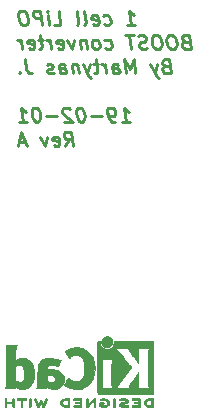
<source format=gbr>
%TF.GenerationSoftware,KiCad,Pcbnew,5.0.2-bee76a0~70~ubuntu18.04.1*%
%TF.CreationDate,2019-02-03T16:19:42+02:00*%
%TF.ProjectId,1Cell_LiPO_BOOST_converter,3143656c-6c5f-44c6-9950-4f5f424f4f53,A*%
%TF.SameCoordinates,Original*%
%TF.FileFunction,Legend,Bot*%
%TF.FilePolarity,Positive*%
%FSLAX46Y46*%
G04 Gerber Fmt 4.6, Leading zero omitted, Abs format (unit mm)*
G04 Created by KiCad (PCBNEW 5.0.2-bee76a0~70~ubuntu18.04.1) date 2019 m. vasario 03 d. 16:19:42*
%MOMM*%
%LPD*%
G01*
G04 APERTURE LIST*
%ADD10C,0.250000*%
%ADD11C,0.010000*%
G04 APERTURE END LIST*
D10*
X138062410Y-88762857D02*
X138748125Y-88762857D01*
X138405267Y-88762857D02*
X138255267Y-87562857D01*
X138390982Y-87734285D01*
X138519553Y-87848571D01*
X138640982Y-87905714D01*
X136112410Y-88705714D02*
X136233839Y-88762857D01*
X136462410Y-88762857D01*
X136569553Y-88705714D01*
X136619553Y-88648571D01*
X136662410Y-88534285D01*
X136619553Y-88191428D01*
X136548125Y-88077142D01*
X136483839Y-88020000D01*
X136362410Y-87962857D01*
X136133839Y-87962857D01*
X136026696Y-88020000D01*
X135140982Y-88705714D02*
X135262410Y-88762857D01*
X135490982Y-88762857D01*
X135598125Y-88705714D01*
X135640982Y-88591428D01*
X135583839Y-88134285D01*
X135512410Y-88020000D01*
X135390982Y-87962857D01*
X135162410Y-87962857D01*
X135055267Y-88020000D01*
X135012410Y-88134285D01*
X135026696Y-88248571D01*
X135612410Y-88362857D01*
X134405267Y-88762857D02*
X134512410Y-88705714D01*
X134555267Y-88591428D01*
X134426696Y-87562857D01*
X133776696Y-88762857D02*
X133883839Y-88705714D01*
X133926696Y-88591428D01*
X133798125Y-87562857D01*
X131833839Y-88762857D02*
X132405267Y-88762857D01*
X132255267Y-87562857D01*
X131433839Y-88762857D02*
X131333839Y-87962857D01*
X131283839Y-87562857D02*
X131348125Y-87620000D01*
X131298125Y-87677142D01*
X131233839Y-87620000D01*
X131283839Y-87562857D01*
X131298125Y-87677142D01*
X130862410Y-88762857D02*
X130712410Y-87562857D01*
X130255267Y-87562857D01*
X130148125Y-87620000D01*
X130098125Y-87677142D01*
X130055267Y-87791428D01*
X130076696Y-87962857D01*
X130148125Y-88077142D01*
X130212410Y-88134285D01*
X130333839Y-88191428D01*
X130790982Y-88191428D01*
X129283839Y-87562857D02*
X129055267Y-87562857D01*
X128948125Y-87620000D01*
X128848125Y-87734285D01*
X128819553Y-87962857D01*
X128869553Y-88362857D01*
X128955267Y-88591428D01*
X129083839Y-88705714D01*
X129205267Y-88762857D01*
X129433839Y-88762857D01*
X129540982Y-88705714D01*
X129640982Y-88591428D01*
X129669553Y-88362857D01*
X129619553Y-87962857D01*
X129533839Y-87734285D01*
X129405267Y-87620000D01*
X129283839Y-87562857D01*
X142955267Y-90184285D02*
X142790982Y-90241428D01*
X142740982Y-90298571D01*
X142698125Y-90412857D01*
X142719553Y-90584285D01*
X142790982Y-90698571D01*
X142855267Y-90755714D01*
X142976696Y-90812857D01*
X143433839Y-90812857D01*
X143283839Y-89612857D01*
X142883839Y-89612857D01*
X142776696Y-89670000D01*
X142726696Y-89727142D01*
X142683839Y-89841428D01*
X142698125Y-89955714D01*
X142769553Y-90070000D01*
X142833839Y-90127142D01*
X142955267Y-90184285D01*
X143355267Y-90184285D01*
X141855267Y-89612857D02*
X141626696Y-89612857D01*
X141519553Y-89670000D01*
X141419553Y-89784285D01*
X141390982Y-90012857D01*
X141440982Y-90412857D01*
X141526696Y-90641428D01*
X141655267Y-90755714D01*
X141776696Y-90812857D01*
X142005267Y-90812857D01*
X142112410Y-90755714D01*
X142212410Y-90641428D01*
X142240982Y-90412857D01*
X142190982Y-90012857D01*
X142105267Y-89784285D01*
X141976696Y-89670000D01*
X141855267Y-89612857D01*
X140598125Y-89612857D02*
X140369553Y-89612857D01*
X140262410Y-89670000D01*
X140162410Y-89784285D01*
X140133839Y-90012857D01*
X140183839Y-90412857D01*
X140269553Y-90641428D01*
X140398125Y-90755714D01*
X140519553Y-90812857D01*
X140748125Y-90812857D01*
X140855267Y-90755714D01*
X140955267Y-90641428D01*
X140983839Y-90412857D01*
X140933839Y-90012857D01*
X140848125Y-89784285D01*
X140719553Y-89670000D01*
X140598125Y-89612857D01*
X139769553Y-90755714D02*
X139605267Y-90812857D01*
X139319553Y-90812857D01*
X139198125Y-90755714D01*
X139133839Y-90698571D01*
X139062410Y-90584285D01*
X139048125Y-90470000D01*
X139090982Y-90355714D01*
X139140982Y-90298571D01*
X139248125Y-90241428D01*
X139469553Y-90184285D01*
X139576696Y-90127142D01*
X139626696Y-90070000D01*
X139669553Y-89955714D01*
X139655267Y-89841428D01*
X139583839Y-89727142D01*
X139519553Y-89670000D01*
X139398125Y-89612857D01*
X139112410Y-89612857D01*
X138948125Y-89670000D01*
X138598125Y-89612857D02*
X137912410Y-89612857D01*
X138405267Y-90812857D02*
X138255267Y-89612857D01*
X136226696Y-90755714D02*
X136348125Y-90812857D01*
X136576696Y-90812857D01*
X136683839Y-90755714D01*
X136733839Y-90698571D01*
X136776696Y-90584285D01*
X136733839Y-90241428D01*
X136662410Y-90127142D01*
X136598125Y-90070000D01*
X136476696Y-90012857D01*
X136248125Y-90012857D01*
X136140982Y-90070000D01*
X135548125Y-90812857D02*
X135655267Y-90755714D01*
X135705267Y-90698571D01*
X135748125Y-90584285D01*
X135705267Y-90241428D01*
X135633839Y-90127142D01*
X135569553Y-90070000D01*
X135448125Y-90012857D01*
X135276696Y-90012857D01*
X135169553Y-90070000D01*
X135119553Y-90127142D01*
X135076696Y-90241428D01*
X135119553Y-90584285D01*
X135190982Y-90698571D01*
X135255267Y-90755714D01*
X135376696Y-90812857D01*
X135548125Y-90812857D01*
X134533839Y-90012857D02*
X134633839Y-90812857D01*
X134548125Y-90127142D02*
X134483839Y-90070000D01*
X134362410Y-90012857D01*
X134190982Y-90012857D01*
X134083839Y-90070000D01*
X134040982Y-90184285D01*
X134119553Y-90812857D01*
X133562410Y-90012857D02*
X133376696Y-90812857D01*
X132990982Y-90012857D01*
X132169553Y-90755714D02*
X132290982Y-90812857D01*
X132519553Y-90812857D01*
X132626696Y-90755714D01*
X132669553Y-90641428D01*
X132612410Y-90184285D01*
X132540982Y-90070000D01*
X132419553Y-90012857D01*
X132190982Y-90012857D01*
X132083839Y-90070000D01*
X132040982Y-90184285D01*
X132055267Y-90298571D01*
X132640982Y-90412857D01*
X131605267Y-90812857D02*
X131505267Y-90012857D01*
X131533839Y-90241428D02*
X131462410Y-90127142D01*
X131398125Y-90070000D01*
X131276696Y-90012857D01*
X131162410Y-90012857D01*
X130933839Y-90012857D02*
X130476696Y-90012857D01*
X130712410Y-89612857D02*
X130840982Y-90641428D01*
X130798125Y-90755714D01*
X130690982Y-90812857D01*
X130576696Y-90812857D01*
X129712410Y-90755714D02*
X129833839Y-90812857D01*
X130062410Y-90812857D01*
X130169553Y-90755714D01*
X130212410Y-90641428D01*
X130155267Y-90184285D01*
X130083839Y-90070000D01*
X129962410Y-90012857D01*
X129733839Y-90012857D01*
X129626696Y-90070000D01*
X129583839Y-90184285D01*
X129598125Y-90298571D01*
X130183839Y-90412857D01*
X129148125Y-90812857D02*
X129048125Y-90012857D01*
X129076696Y-90241428D02*
X129005267Y-90127142D01*
X128940982Y-90070000D01*
X128819553Y-90012857D01*
X128705267Y-90012857D01*
X141298125Y-92234285D02*
X141133839Y-92291428D01*
X141083839Y-92348571D01*
X141040982Y-92462857D01*
X141062410Y-92634285D01*
X141133839Y-92748571D01*
X141198125Y-92805714D01*
X141319553Y-92862857D01*
X141776696Y-92862857D01*
X141626696Y-91662857D01*
X141226696Y-91662857D01*
X141119553Y-91720000D01*
X141069553Y-91777142D01*
X141026696Y-91891428D01*
X141040982Y-92005714D01*
X141112410Y-92120000D01*
X141176696Y-92177142D01*
X141298125Y-92234285D01*
X141698125Y-92234285D01*
X140590982Y-92062857D02*
X140405267Y-92862857D01*
X140019553Y-92062857D02*
X140405267Y-92862857D01*
X140555267Y-93148571D01*
X140619553Y-93205714D01*
X140740982Y-93262857D01*
X138748125Y-92862857D02*
X138598125Y-91662857D01*
X138305267Y-92520000D01*
X137798125Y-91662857D01*
X137948125Y-92862857D01*
X136862410Y-92862857D02*
X136783839Y-92234285D01*
X136826696Y-92120000D01*
X136933839Y-92062857D01*
X137162410Y-92062857D01*
X137283839Y-92120000D01*
X136855267Y-92805714D02*
X136976696Y-92862857D01*
X137262410Y-92862857D01*
X137369553Y-92805714D01*
X137412410Y-92691428D01*
X137398125Y-92577142D01*
X137326696Y-92462857D01*
X137205267Y-92405714D01*
X136919553Y-92405714D01*
X136798125Y-92348571D01*
X136290982Y-92862857D02*
X136190982Y-92062857D01*
X136219553Y-92291428D02*
X136148125Y-92177142D01*
X136083839Y-92120000D01*
X135962410Y-92062857D01*
X135848125Y-92062857D01*
X135619553Y-92062857D02*
X135162410Y-92062857D01*
X135398125Y-91662857D02*
X135526696Y-92691428D01*
X135483839Y-92805714D01*
X135376696Y-92862857D01*
X135262410Y-92862857D01*
X134876696Y-92062857D02*
X134690982Y-92862857D01*
X134305267Y-92062857D02*
X134690982Y-92862857D01*
X134840982Y-93148571D01*
X134905267Y-93205714D01*
X135026696Y-93262857D01*
X133848125Y-92062857D02*
X133948125Y-92862857D01*
X133862410Y-92177142D02*
X133798125Y-92120000D01*
X133676696Y-92062857D01*
X133505267Y-92062857D01*
X133398125Y-92120000D01*
X133355267Y-92234285D01*
X133433839Y-92862857D01*
X132348125Y-92862857D02*
X132269553Y-92234285D01*
X132312410Y-92120000D01*
X132419553Y-92062857D01*
X132648125Y-92062857D01*
X132769553Y-92120000D01*
X132340982Y-92805714D02*
X132462410Y-92862857D01*
X132748125Y-92862857D01*
X132855267Y-92805714D01*
X132898125Y-92691428D01*
X132883839Y-92577142D01*
X132812410Y-92462857D01*
X132690982Y-92405714D01*
X132405267Y-92405714D01*
X132283839Y-92348571D01*
X131826696Y-92805714D02*
X131719553Y-92862857D01*
X131490982Y-92862857D01*
X131369553Y-92805714D01*
X131298125Y-92691428D01*
X131290982Y-92634285D01*
X131333839Y-92520000D01*
X131440982Y-92462857D01*
X131612410Y-92462857D01*
X131719553Y-92405714D01*
X131762410Y-92291428D01*
X131755267Y-92234285D01*
X131683839Y-92120000D01*
X131562410Y-92062857D01*
X131390982Y-92062857D01*
X131283839Y-92120000D01*
X129398125Y-91662857D02*
X129505267Y-92520000D01*
X129583839Y-92691428D01*
X129712410Y-92805714D01*
X129890982Y-92862857D01*
X130005267Y-92862857D01*
X128962410Y-92748571D02*
X128912410Y-92805714D01*
X128976696Y-92862857D01*
X129026696Y-92805714D01*
X128962410Y-92748571D01*
X128976696Y-92862857D01*
X137605267Y-96962857D02*
X138290982Y-96962857D01*
X137948125Y-96962857D02*
X137798125Y-95762857D01*
X137933839Y-95934285D01*
X138062410Y-96048571D01*
X138183839Y-96105714D01*
X137033839Y-96962857D02*
X136805267Y-96962857D01*
X136683839Y-96905714D01*
X136619553Y-96848571D01*
X136483839Y-96677142D01*
X136398125Y-96448571D01*
X136340982Y-95991428D01*
X136383839Y-95877142D01*
X136433839Y-95820000D01*
X136540982Y-95762857D01*
X136769553Y-95762857D01*
X136890982Y-95820000D01*
X136955267Y-95877142D01*
X137026696Y-95991428D01*
X137062410Y-96277142D01*
X137019553Y-96391428D01*
X136969553Y-96448571D01*
X136862410Y-96505714D01*
X136633839Y-96505714D01*
X136512410Y-96448571D01*
X136448125Y-96391428D01*
X136376696Y-96277142D01*
X135890982Y-96505714D02*
X134976696Y-96505714D01*
X134083839Y-95762857D02*
X133969553Y-95762857D01*
X133862410Y-95820000D01*
X133812410Y-95877142D01*
X133769553Y-95991428D01*
X133740982Y-96220000D01*
X133776696Y-96505714D01*
X133862410Y-96734285D01*
X133933839Y-96848571D01*
X133998125Y-96905714D01*
X134119553Y-96962857D01*
X134233839Y-96962857D01*
X134340982Y-96905714D01*
X134390982Y-96848571D01*
X134433839Y-96734285D01*
X134462410Y-96505714D01*
X134426696Y-96220000D01*
X134340982Y-95991428D01*
X134269553Y-95877142D01*
X134205267Y-95820000D01*
X134083839Y-95762857D01*
X133240982Y-95877142D02*
X133176696Y-95820000D01*
X133055267Y-95762857D01*
X132769553Y-95762857D01*
X132662410Y-95820000D01*
X132612410Y-95877142D01*
X132569553Y-95991428D01*
X132583839Y-96105714D01*
X132662410Y-96277142D01*
X133433839Y-96962857D01*
X132690982Y-96962857D01*
X132119553Y-96505714D02*
X131205267Y-96505714D01*
X130312410Y-95762857D02*
X130198125Y-95762857D01*
X130090982Y-95820000D01*
X130040982Y-95877142D01*
X129998125Y-95991428D01*
X129969553Y-96220000D01*
X130005267Y-96505714D01*
X130090982Y-96734285D01*
X130162410Y-96848571D01*
X130226696Y-96905714D01*
X130348125Y-96962857D01*
X130462410Y-96962857D01*
X130569553Y-96905714D01*
X130619553Y-96848571D01*
X130662410Y-96734285D01*
X130690982Y-96505714D01*
X130655267Y-96220000D01*
X130569553Y-95991428D01*
X130498125Y-95877142D01*
X130433839Y-95820000D01*
X130312410Y-95762857D01*
X128919553Y-96962857D02*
X129605267Y-96962857D01*
X129262410Y-96962857D02*
X129112410Y-95762857D01*
X129248125Y-95934285D01*
X129376696Y-96048571D01*
X129498125Y-96105714D01*
X132805267Y-99012857D02*
X133133839Y-98441428D01*
X133490982Y-99012857D02*
X133340982Y-97812857D01*
X132883839Y-97812857D01*
X132776696Y-97870000D01*
X132726696Y-97927142D01*
X132683839Y-98041428D01*
X132705267Y-98212857D01*
X132776696Y-98327142D01*
X132840982Y-98384285D01*
X132962410Y-98441428D01*
X133419553Y-98441428D01*
X131826696Y-98955714D02*
X131948125Y-99012857D01*
X132176696Y-99012857D01*
X132283839Y-98955714D01*
X132326696Y-98841428D01*
X132269553Y-98384285D01*
X132198125Y-98270000D01*
X132076696Y-98212857D01*
X131848125Y-98212857D01*
X131740982Y-98270000D01*
X131698125Y-98384285D01*
X131712410Y-98498571D01*
X132298125Y-98612857D01*
X131276696Y-98212857D02*
X131090982Y-99012857D01*
X130705267Y-98212857D01*
X129448125Y-98670000D02*
X128876696Y-98670000D01*
X129605267Y-99012857D02*
X129055267Y-97812857D01*
X128805267Y-99012857D01*
D11*
G36*
X136258043Y-115136571D02*
X136161768Y-115160809D01*
X136075184Y-115203641D01*
X136000373Y-115263419D01*
X135939418Y-115338494D01*
X135894399Y-115427220D01*
X135868136Y-115523530D01*
X135862286Y-115620795D01*
X135877140Y-115714654D01*
X135910840Y-115802511D01*
X135961528Y-115881770D01*
X136027345Y-115949836D01*
X136106434Y-116004112D01*
X136196934Y-116042002D01*
X136248200Y-116054426D01*
X136292698Y-116061947D01*
X136326999Y-116064919D01*
X136359960Y-116063094D01*
X136400434Y-116056225D01*
X136433531Y-116049250D01*
X136526947Y-116017741D01*
X136610619Y-115966617D01*
X136682665Y-115897429D01*
X136741200Y-115811728D01*
X136755148Y-115784489D01*
X136771586Y-115748122D01*
X136781894Y-115717582D01*
X136787460Y-115685450D01*
X136789669Y-115644307D01*
X136789948Y-115598222D01*
X136785861Y-115513865D01*
X136772446Y-115444586D01*
X136747256Y-115383961D01*
X136707846Y-115325567D01*
X136669298Y-115281302D01*
X136597406Y-115215484D01*
X136522313Y-115170053D01*
X136439562Y-115142850D01*
X136361928Y-115132576D01*
X136258043Y-115136571D01*
X136258043Y-115136571D01*
G37*
X136258043Y-115136571D02*
X136161768Y-115160809D01*
X136075184Y-115203641D01*
X136000373Y-115263419D01*
X135939418Y-115338494D01*
X135894399Y-115427220D01*
X135868136Y-115523530D01*
X135862286Y-115620795D01*
X135877140Y-115714654D01*
X135910840Y-115802511D01*
X135961528Y-115881770D01*
X136027345Y-115949836D01*
X136106434Y-116004112D01*
X136196934Y-116042002D01*
X136248200Y-116054426D01*
X136292698Y-116061947D01*
X136326999Y-116064919D01*
X136359960Y-116063094D01*
X136400434Y-116056225D01*
X136433531Y-116049250D01*
X136526947Y-116017741D01*
X136610619Y-115966617D01*
X136682665Y-115897429D01*
X136741200Y-115811728D01*
X136755148Y-115784489D01*
X136771586Y-115748122D01*
X136781894Y-115717582D01*
X136787460Y-115685450D01*
X136789669Y-115644307D01*
X136789948Y-115598222D01*
X136785861Y-115513865D01*
X136772446Y-115444586D01*
X136747256Y-115383961D01*
X136707846Y-115325567D01*
X136669298Y-115281302D01*
X136597406Y-115215484D01*
X136522313Y-115170053D01*
X136439562Y-115142850D01*
X136361928Y-115132576D01*
X136258043Y-115136571D01*
G36*
X127798493Y-117582245D02*
X127798474Y-117816662D01*
X127798448Y-118029603D01*
X127798375Y-118222168D01*
X127798218Y-118395459D01*
X127797936Y-118550576D01*
X127797491Y-118688620D01*
X127796844Y-118810692D01*
X127795955Y-118917894D01*
X127794787Y-119011326D01*
X127793299Y-119092090D01*
X127791454Y-119161286D01*
X127789211Y-119220015D01*
X127786531Y-119269379D01*
X127783377Y-119310478D01*
X127779708Y-119344413D01*
X127775487Y-119372286D01*
X127770673Y-119395198D01*
X127765227Y-119414249D01*
X127759112Y-119430540D01*
X127752288Y-119445173D01*
X127744715Y-119459249D01*
X127736355Y-119473868D01*
X127731161Y-119482974D01*
X127696896Y-119543689D01*
X128555045Y-119543689D01*
X128555045Y-119447733D01*
X128555776Y-119404370D01*
X128557728Y-119371205D01*
X128560537Y-119353424D01*
X128561779Y-119351778D01*
X128573201Y-119358662D01*
X128595916Y-119376505D01*
X128618615Y-119395879D01*
X128673200Y-119436614D01*
X128742679Y-119477617D01*
X128819730Y-119515123D01*
X128897035Y-119545364D01*
X128927887Y-119555012D01*
X128996384Y-119569578D01*
X129079236Y-119579539D01*
X129168629Y-119584583D01*
X129256752Y-119584396D01*
X129335793Y-119578666D01*
X129373489Y-119572858D01*
X129511586Y-119534797D01*
X129638887Y-119477073D01*
X129754708Y-119400211D01*
X129858363Y-119304739D01*
X129949167Y-119191179D01*
X130015969Y-119080381D01*
X130070836Y-118963625D01*
X130112837Y-118844276D01*
X130142833Y-118718283D01*
X130161689Y-118581594D01*
X130170268Y-118430158D01*
X130170994Y-118352711D01*
X130168900Y-118295934D01*
X129339783Y-118295934D01*
X129339576Y-118389002D01*
X129336663Y-118476692D01*
X129331000Y-118553772D01*
X129322545Y-118615009D01*
X129319962Y-118627350D01*
X129288160Y-118734633D01*
X129246502Y-118821658D01*
X129194637Y-118888642D01*
X129132219Y-118935805D01*
X129058900Y-118963365D01*
X128974331Y-118971541D01*
X128878165Y-118960551D01*
X128814689Y-118944829D01*
X128765546Y-118926639D01*
X128711417Y-118900791D01*
X128670756Y-118877089D01*
X128600200Y-118830721D01*
X128600200Y-117680530D01*
X128667608Y-117636962D01*
X128746133Y-117596040D01*
X128830319Y-117569389D01*
X128915443Y-117557465D01*
X128996784Y-117560722D01*
X129069620Y-117579615D01*
X129101574Y-117595184D01*
X129159499Y-117638181D01*
X129208456Y-117694953D01*
X129249610Y-117767575D01*
X129284126Y-117858121D01*
X129313167Y-117968666D01*
X129314448Y-117974533D01*
X129324619Y-118036788D01*
X129332261Y-118114594D01*
X129337330Y-118202720D01*
X129339783Y-118295934D01*
X130168900Y-118295934D01*
X130163143Y-118139895D01*
X130141198Y-117944059D01*
X130105214Y-117765332D01*
X130055241Y-117603845D01*
X129991332Y-117459726D01*
X129913538Y-117333106D01*
X129821911Y-117224115D01*
X129716503Y-117132883D01*
X129671338Y-117101932D01*
X129570389Y-117045785D01*
X129467099Y-117006174D01*
X129357011Y-116982014D01*
X129235670Y-116972219D01*
X129143164Y-116973265D01*
X129013510Y-116984231D01*
X128900916Y-117006046D01*
X128802125Y-117039714D01*
X128713879Y-117086236D01*
X128665014Y-117120448D01*
X128635647Y-117142362D01*
X128613957Y-117157333D01*
X128605747Y-117161733D01*
X128604132Y-117150904D01*
X128602841Y-117120251D01*
X128601862Y-117072526D01*
X128601183Y-117010479D01*
X128600790Y-116936862D01*
X128600670Y-116854427D01*
X128600812Y-116765925D01*
X128601203Y-116674107D01*
X128601829Y-116581724D01*
X128602680Y-116491528D01*
X128603740Y-116406271D01*
X128604999Y-116328703D01*
X128606444Y-116261576D01*
X128608062Y-116207641D01*
X128609839Y-116169650D01*
X128610331Y-116162667D01*
X128617908Y-116092251D01*
X128629469Y-116037102D01*
X128647208Y-115989981D01*
X128673318Y-115943647D01*
X128679585Y-115934067D01*
X128704017Y-115897378D01*
X127798689Y-115897378D01*
X127798493Y-117582245D01*
X127798493Y-117582245D01*
G37*
X127798493Y-117582245D02*
X127798474Y-117816662D01*
X127798448Y-118029603D01*
X127798375Y-118222168D01*
X127798218Y-118395459D01*
X127797936Y-118550576D01*
X127797491Y-118688620D01*
X127796844Y-118810692D01*
X127795955Y-118917894D01*
X127794787Y-119011326D01*
X127793299Y-119092090D01*
X127791454Y-119161286D01*
X127789211Y-119220015D01*
X127786531Y-119269379D01*
X127783377Y-119310478D01*
X127779708Y-119344413D01*
X127775487Y-119372286D01*
X127770673Y-119395198D01*
X127765227Y-119414249D01*
X127759112Y-119430540D01*
X127752288Y-119445173D01*
X127744715Y-119459249D01*
X127736355Y-119473868D01*
X127731161Y-119482974D01*
X127696896Y-119543689D01*
X128555045Y-119543689D01*
X128555045Y-119447733D01*
X128555776Y-119404370D01*
X128557728Y-119371205D01*
X128560537Y-119353424D01*
X128561779Y-119351778D01*
X128573201Y-119358662D01*
X128595916Y-119376505D01*
X128618615Y-119395879D01*
X128673200Y-119436614D01*
X128742679Y-119477617D01*
X128819730Y-119515123D01*
X128897035Y-119545364D01*
X128927887Y-119555012D01*
X128996384Y-119569578D01*
X129079236Y-119579539D01*
X129168629Y-119584583D01*
X129256752Y-119584396D01*
X129335793Y-119578666D01*
X129373489Y-119572858D01*
X129511586Y-119534797D01*
X129638887Y-119477073D01*
X129754708Y-119400211D01*
X129858363Y-119304739D01*
X129949167Y-119191179D01*
X130015969Y-119080381D01*
X130070836Y-118963625D01*
X130112837Y-118844276D01*
X130142833Y-118718283D01*
X130161689Y-118581594D01*
X130170268Y-118430158D01*
X130170994Y-118352711D01*
X130168900Y-118295934D01*
X129339783Y-118295934D01*
X129339576Y-118389002D01*
X129336663Y-118476692D01*
X129331000Y-118553772D01*
X129322545Y-118615009D01*
X129319962Y-118627350D01*
X129288160Y-118734633D01*
X129246502Y-118821658D01*
X129194637Y-118888642D01*
X129132219Y-118935805D01*
X129058900Y-118963365D01*
X128974331Y-118971541D01*
X128878165Y-118960551D01*
X128814689Y-118944829D01*
X128765546Y-118926639D01*
X128711417Y-118900791D01*
X128670756Y-118877089D01*
X128600200Y-118830721D01*
X128600200Y-117680530D01*
X128667608Y-117636962D01*
X128746133Y-117596040D01*
X128830319Y-117569389D01*
X128915443Y-117557465D01*
X128996784Y-117560722D01*
X129069620Y-117579615D01*
X129101574Y-117595184D01*
X129159499Y-117638181D01*
X129208456Y-117694953D01*
X129249610Y-117767575D01*
X129284126Y-117858121D01*
X129313167Y-117968666D01*
X129314448Y-117974533D01*
X129324619Y-118036788D01*
X129332261Y-118114594D01*
X129337330Y-118202720D01*
X129339783Y-118295934D01*
X130168900Y-118295934D01*
X130163143Y-118139895D01*
X130141198Y-117944059D01*
X130105214Y-117765332D01*
X130055241Y-117603845D01*
X129991332Y-117459726D01*
X129913538Y-117333106D01*
X129821911Y-117224115D01*
X129716503Y-117132883D01*
X129671338Y-117101932D01*
X129570389Y-117045785D01*
X129467099Y-117006174D01*
X129357011Y-116982014D01*
X129235670Y-116972219D01*
X129143164Y-116973265D01*
X129013510Y-116984231D01*
X128900916Y-117006046D01*
X128802125Y-117039714D01*
X128713879Y-117086236D01*
X128665014Y-117120448D01*
X128635647Y-117142362D01*
X128613957Y-117157333D01*
X128605747Y-117161733D01*
X128604132Y-117150904D01*
X128602841Y-117120251D01*
X128601862Y-117072526D01*
X128601183Y-117010479D01*
X128600790Y-116936862D01*
X128600670Y-116854427D01*
X128600812Y-116765925D01*
X128601203Y-116674107D01*
X128601829Y-116581724D01*
X128602680Y-116491528D01*
X128603740Y-116406271D01*
X128604999Y-116328703D01*
X128606444Y-116261576D01*
X128608062Y-116207641D01*
X128609839Y-116169650D01*
X128610331Y-116162667D01*
X128617908Y-116092251D01*
X128629469Y-116037102D01*
X128647208Y-115989981D01*
X128673318Y-115943647D01*
X128679585Y-115934067D01*
X128704017Y-115897378D01*
X127798689Y-115897378D01*
X127798493Y-117582245D01*
G36*
X131311426Y-116976552D02*
X131159508Y-116996567D01*
X131024244Y-117030202D01*
X130904761Y-117077725D01*
X130800185Y-117139405D01*
X130722576Y-117202965D01*
X130653735Y-117277099D01*
X130599994Y-117356871D01*
X130557090Y-117449091D01*
X130541616Y-117492161D01*
X130528756Y-117531142D01*
X130517554Y-117567289D01*
X130507880Y-117602434D01*
X130499604Y-117638410D01*
X130492597Y-117677050D01*
X130486728Y-117720185D01*
X130481869Y-117769649D01*
X130477890Y-117827273D01*
X130474660Y-117894891D01*
X130472051Y-117974334D01*
X130469933Y-118067436D01*
X130468176Y-118176027D01*
X130466651Y-118301942D01*
X130465228Y-118447012D01*
X130463975Y-118589778D01*
X130462649Y-118745968D01*
X130461444Y-118881239D01*
X130460234Y-118997246D01*
X130458894Y-119095645D01*
X130457300Y-119178093D01*
X130455325Y-119246246D01*
X130452844Y-119301760D01*
X130449731Y-119346292D01*
X130445862Y-119381498D01*
X130441111Y-119409034D01*
X130435352Y-119430556D01*
X130428461Y-119447722D01*
X130420311Y-119462186D01*
X130410777Y-119475606D01*
X130399734Y-119489638D01*
X130395434Y-119495071D01*
X130379614Y-119517910D01*
X130372578Y-119533463D01*
X130372556Y-119533922D01*
X130383433Y-119536121D01*
X130414418Y-119538147D01*
X130463043Y-119539942D01*
X130526837Y-119541451D01*
X130603331Y-119542616D01*
X130690056Y-119543380D01*
X130784543Y-119543686D01*
X130795450Y-119543689D01*
X131218343Y-119543689D01*
X131221605Y-119447622D01*
X131224867Y-119351556D01*
X131286956Y-119402543D01*
X131384286Y-119470057D01*
X131494187Y-119524749D01*
X131580651Y-119554978D01*
X131649722Y-119569666D01*
X131733075Y-119579659D01*
X131822841Y-119584646D01*
X131911155Y-119584313D01*
X131990149Y-119578351D01*
X132026378Y-119572638D01*
X132166397Y-119534776D01*
X132292822Y-119479932D01*
X132404740Y-119408924D01*
X132501238Y-119322568D01*
X132581400Y-119221679D01*
X132644313Y-119107076D01*
X132688688Y-118980984D01*
X132701022Y-118924401D01*
X132708632Y-118862202D01*
X132712261Y-118787363D01*
X132712755Y-118753467D01*
X132712690Y-118750282D01*
X131952752Y-118750282D01*
X131943459Y-118825333D01*
X131915272Y-118889160D01*
X131866803Y-118944798D01*
X131861746Y-118949211D01*
X131813452Y-118984037D01*
X131761743Y-119006620D01*
X131701011Y-119018540D01*
X131625648Y-119021383D01*
X131607541Y-119020978D01*
X131553722Y-119018325D01*
X131513692Y-119012909D01*
X131478676Y-119002745D01*
X131439897Y-118985850D01*
X131429255Y-118980672D01*
X131368604Y-118944844D01*
X131321785Y-118902212D01*
X131309048Y-118886973D01*
X131264378Y-118830462D01*
X131264378Y-118634586D01*
X131264914Y-118555939D01*
X131266604Y-118497988D01*
X131269572Y-118458875D01*
X131273943Y-118436741D01*
X131278028Y-118430274D01*
X131293953Y-118427111D01*
X131327736Y-118424488D01*
X131374660Y-118422655D01*
X131430007Y-118421857D01*
X131438894Y-118421842D01*
X131559670Y-118427096D01*
X131662340Y-118443263D01*
X131748894Y-118470961D01*
X131821319Y-118510808D01*
X131876249Y-118557758D01*
X131920796Y-118615645D01*
X131945520Y-118678693D01*
X131952752Y-118750282D01*
X132712690Y-118750282D01*
X132710822Y-118659712D01*
X132702478Y-118580812D01*
X132686232Y-118509590D01*
X132660595Y-118438864D01*
X132636599Y-118386493D01*
X132577980Y-118291196D01*
X132499883Y-118203170D01*
X132404685Y-118124017D01*
X132294762Y-118055340D01*
X132172490Y-117998741D01*
X132040245Y-117955821D01*
X131975578Y-117940882D01*
X131839396Y-117918777D01*
X131690951Y-117904194D01*
X131539495Y-117897813D01*
X131412936Y-117899445D01*
X131251050Y-117906224D01*
X131258470Y-117847245D01*
X131277762Y-117748092D01*
X131308896Y-117667372D01*
X131352731Y-117604466D01*
X131410129Y-117558756D01*
X131481952Y-117529622D01*
X131569059Y-117516447D01*
X131672314Y-117518611D01*
X131710289Y-117522612D01*
X131851480Y-117547780D01*
X131988293Y-117588814D01*
X132082822Y-117626815D01*
X132127982Y-117646190D01*
X132166415Y-117661760D01*
X132192766Y-117671405D01*
X132200454Y-117673452D01*
X132210198Y-117664374D01*
X132226917Y-117635405D01*
X132250768Y-117586217D01*
X132281907Y-117516484D01*
X132320493Y-117425879D01*
X132327090Y-117410089D01*
X132357147Y-117337772D01*
X132384126Y-117272425D01*
X132406864Y-117216906D01*
X132424194Y-117174072D01*
X132434952Y-117146781D01*
X132438059Y-117137942D01*
X132428060Y-117133187D01*
X132401783Y-117127910D01*
X132373511Y-117124231D01*
X132343354Y-117119474D01*
X132295567Y-117110028D01*
X132234388Y-117096820D01*
X132164054Y-117080776D01*
X132088806Y-117062820D01*
X132060245Y-117055797D01*
X131955184Y-117030209D01*
X131867520Y-117010147D01*
X131792932Y-116994969D01*
X131727097Y-116984035D01*
X131665693Y-116976704D01*
X131604398Y-116972335D01*
X131538890Y-116970287D01*
X131480872Y-116969889D01*
X131311426Y-116976552D01*
X131311426Y-116976552D01*
G37*
X131311426Y-116976552D02*
X131159508Y-116996567D01*
X131024244Y-117030202D01*
X130904761Y-117077725D01*
X130800185Y-117139405D01*
X130722576Y-117202965D01*
X130653735Y-117277099D01*
X130599994Y-117356871D01*
X130557090Y-117449091D01*
X130541616Y-117492161D01*
X130528756Y-117531142D01*
X130517554Y-117567289D01*
X130507880Y-117602434D01*
X130499604Y-117638410D01*
X130492597Y-117677050D01*
X130486728Y-117720185D01*
X130481869Y-117769649D01*
X130477890Y-117827273D01*
X130474660Y-117894891D01*
X130472051Y-117974334D01*
X130469933Y-118067436D01*
X130468176Y-118176027D01*
X130466651Y-118301942D01*
X130465228Y-118447012D01*
X130463975Y-118589778D01*
X130462649Y-118745968D01*
X130461444Y-118881239D01*
X130460234Y-118997246D01*
X130458894Y-119095645D01*
X130457300Y-119178093D01*
X130455325Y-119246246D01*
X130452844Y-119301760D01*
X130449731Y-119346292D01*
X130445862Y-119381498D01*
X130441111Y-119409034D01*
X130435352Y-119430556D01*
X130428461Y-119447722D01*
X130420311Y-119462186D01*
X130410777Y-119475606D01*
X130399734Y-119489638D01*
X130395434Y-119495071D01*
X130379614Y-119517910D01*
X130372578Y-119533463D01*
X130372556Y-119533922D01*
X130383433Y-119536121D01*
X130414418Y-119538147D01*
X130463043Y-119539942D01*
X130526837Y-119541451D01*
X130603331Y-119542616D01*
X130690056Y-119543380D01*
X130784543Y-119543686D01*
X130795450Y-119543689D01*
X131218343Y-119543689D01*
X131221605Y-119447622D01*
X131224867Y-119351556D01*
X131286956Y-119402543D01*
X131384286Y-119470057D01*
X131494187Y-119524749D01*
X131580651Y-119554978D01*
X131649722Y-119569666D01*
X131733075Y-119579659D01*
X131822841Y-119584646D01*
X131911155Y-119584313D01*
X131990149Y-119578351D01*
X132026378Y-119572638D01*
X132166397Y-119534776D01*
X132292822Y-119479932D01*
X132404740Y-119408924D01*
X132501238Y-119322568D01*
X132581400Y-119221679D01*
X132644313Y-119107076D01*
X132688688Y-118980984D01*
X132701022Y-118924401D01*
X132708632Y-118862202D01*
X132712261Y-118787363D01*
X132712755Y-118753467D01*
X132712690Y-118750282D01*
X131952752Y-118750282D01*
X131943459Y-118825333D01*
X131915272Y-118889160D01*
X131866803Y-118944798D01*
X131861746Y-118949211D01*
X131813452Y-118984037D01*
X131761743Y-119006620D01*
X131701011Y-119018540D01*
X131625648Y-119021383D01*
X131607541Y-119020978D01*
X131553722Y-119018325D01*
X131513692Y-119012909D01*
X131478676Y-119002745D01*
X131439897Y-118985850D01*
X131429255Y-118980672D01*
X131368604Y-118944844D01*
X131321785Y-118902212D01*
X131309048Y-118886973D01*
X131264378Y-118830462D01*
X131264378Y-118634586D01*
X131264914Y-118555939D01*
X131266604Y-118497988D01*
X131269572Y-118458875D01*
X131273943Y-118436741D01*
X131278028Y-118430274D01*
X131293953Y-118427111D01*
X131327736Y-118424488D01*
X131374660Y-118422655D01*
X131430007Y-118421857D01*
X131438894Y-118421842D01*
X131559670Y-118427096D01*
X131662340Y-118443263D01*
X131748894Y-118470961D01*
X131821319Y-118510808D01*
X131876249Y-118557758D01*
X131920796Y-118615645D01*
X131945520Y-118678693D01*
X131952752Y-118750282D01*
X132712690Y-118750282D01*
X132710822Y-118659712D01*
X132702478Y-118580812D01*
X132686232Y-118509590D01*
X132660595Y-118438864D01*
X132636599Y-118386493D01*
X132577980Y-118291196D01*
X132499883Y-118203170D01*
X132404685Y-118124017D01*
X132294762Y-118055340D01*
X132172490Y-117998741D01*
X132040245Y-117955821D01*
X131975578Y-117940882D01*
X131839396Y-117918777D01*
X131690951Y-117904194D01*
X131539495Y-117897813D01*
X131412936Y-117899445D01*
X131251050Y-117906224D01*
X131258470Y-117847245D01*
X131277762Y-117748092D01*
X131308896Y-117667372D01*
X131352731Y-117604466D01*
X131410129Y-117558756D01*
X131481952Y-117529622D01*
X131569059Y-117516447D01*
X131672314Y-117518611D01*
X131710289Y-117522612D01*
X131851480Y-117547780D01*
X131988293Y-117588814D01*
X132082822Y-117626815D01*
X132127982Y-117646190D01*
X132166415Y-117661760D01*
X132192766Y-117671405D01*
X132200454Y-117673452D01*
X132210198Y-117664374D01*
X132226917Y-117635405D01*
X132250768Y-117586217D01*
X132281907Y-117516484D01*
X132320493Y-117425879D01*
X132327090Y-117410089D01*
X132357147Y-117337772D01*
X132384126Y-117272425D01*
X132406864Y-117216906D01*
X132424194Y-117174072D01*
X132434952Y-117146781D01*
X132438059Y-117137942D01*
X132428060Y-117133187D01*
X132401783Y-117127910D01*
X132373511Y-117124231D01*
X132343354Y-117119474D01*
X132295567Y-117110028D01*
X132234388Y-117096820D01*
X132164054Y-117080776D01*
X132088806Y-117062820D01*
X132060245Y-117055797D01*
X131955184Y-117030209D01*
X131867520Y-117010147D01*
X131792932Y-116994969D01*
X131727097Y-116984035D01*
X131665693Y-116976704D01*
X131604398Y-116972335D01*
X131538890Y-116970287D01*
X131480872Y-116969889D01*
X131311426Y-116976552D01*
G36*
X133656571Y-116059071D02*
X133496430Y-116080245D01*
X133332490Y-116120385D01*
X133162687Y-116179889D01*
X132984957Y-116259154D01*
X132973690Y-116264699D01*
X132915995Y-116292725D01*
X132864448Y-116316802D01*
X132822809Y-116335249D01*
X132794838Y-116346386D01*
X132785267Y-116348933D01*
X132766050Y-116353941D01*
X132761439Y-116358147D01*
X132766542Y-116368580D01*
X132782582Y-116394868D01*
X132807712Y-116434257D01*
X132840086Y-116483991D01*
X132877857Y-116541315D01*
X132919178Y-116603476D01*
X132962202Y-116667718D01*
X133005083Y-116731285D01*
X133045974Y-116791425D01*
X133083029Y-116845380D01*
X133114400Y-116890397D01*
X133138241Y-116923721D01*
X133152706Y-116942597D01*
X133154691Y-116944787D01*
X133164809Y-116940138D01*
X133187150Y-116922962D01*
X133217720Y-116896440D01*
X133233464Y-116881964D01*
X133329953Y-116806682D01*
X133436664Y-116751241D01*
X133552168Y-116716141D01*
X133675038Y-116701880D01*
X133744439Y-116703051D01*
X133865577Y-116720212D01*
X133974795Y-116756094D01*
X134072418Y-116810959D01*
X134158772Y-116885070D01*
X134234185Y-116978688D01*
X134298982Y-117092076D01*
X134336399Y-117178667D01*
X134380252Y-117314366D01*
X134412572Y-117461850D01*
X134433443Y-117617314D01*
X134442949Y-117776956D01*
X134441173Y-117936973D01*
X134428197Y-118093561D01*
X134404106Y-118242918D01*
X134368982Y-118381240D01*
X134322908Y-118504724D01*
X134306627Y-118538978D01*
X134238380Y-118653064D01*
X134157921Y-118749557D01*
X134066430Y-118827670D01*
X133965089Y-118886617D01*
X133855080Y-118925612D01*
X133737585Y-118943868D01*
X133696117Y-118945211D01*
X133574559Y-118934290D01*
X133454122Y-118901474D01*
X133336334Y-118847439D01*
X133222723Y-118772865D01*
X133131315Y-118694539D01*
X133084785Y-118650008D01*
X132903517Y-118947271D01*
X132858420Y-119021433D01*
X132817181Y-119089646D01*
X132781265Y-119149459D01*
X132752134Y-119198420D01*
X132731250Y-119234079D01*
X132720076Y-119253984D01*
X132718625Y-119257079D01*
X132726854Y-119266718D01*
X132752433Y-119283999D01*
X132792127Y-119307283D01*
X132842703Y-119334934D01*
X132900926Y-119365315D01*
X132963563Y-119396790D01*
X133027379Y-119427722D01*
X133089140Y-119456473D01*
X133145612Y-119481408D01*
X133193562Y-119500889D01*
X133217014Y-119509318D01*
X133350779Y-119547133D01*
X133488673Y-119572136D01*
X133636378Y-119585140D01*
X133763167Y-119587468D01*
X133831122Y-119586373D01*
X133896723Y-119584275D01*
X133954153Y-119581434D01*
X133997597Y-119578106D01*
X134011702Y-119576422D01*
X134150716Y-119547587D01*
X134292243Y-119502468D01*
X134429725Y-119443750D01*
X134556606Y-119374120D01*
X134634111Y-119321441D01*
X134761519Y-119213239D01*
X134879822Y-119086671D01*
X134986828Y-118944866D01*
X135080348Y-118790951D01*
X135158190Y-118628053D01*
X135202044Y-118510756D01*
X135252292Y-118327128D01*
X135285791Y-118132581D01*
X135302551Y-117931325D01*
X135302584Y-117727568D01*
X135285899Y-117525521D01*
X135252507Y-117329392D01*
X135202420Y-117143391D01*
X135198603Y-117131803D01*
X135135719Y-116969750D01*
X135058972Y-116821832D01*
X134965758Y-116683865D01*
X134853473Y-116551661D01*
X134809608Y-116506399D01*
X134673466Y-116382457D01*
X134533509Y-116279915D01*
X134387589Y-116197656D01*
X134233558Y-116134564D01*
X134069268Y-116089523D01*
X133973711Y-116072033D01*
X133814977Y-116056466D01*
X133656571Y-116059071D01*
X133656571Y-116059071D01*
G37*
X133656571Y-116059071D02*
X133496430Y-116080245D01*
X133332490Y-116120385D01*
X133162687Y-116179889D01*
X132984957Y-116259154D01*
X132973690Y-116264699D01*
X132915995Y-116292725D01*
X132864448Y-116316802D01*
X132822809Y-116335249D01*
X132794838Y-116346386D01*
X132785267Y-116348933D01*
X132766050Y-116353941D01*
X132761439Y-116358147D01*
X132766542Y-116368580D01*
X132782582Y-116394868D01*
X132807712Y-116434257D01*
X132840086Y-116483991D01*
X132877857Y-116541315D01*
X132919178Y-116603476D01*
X132962202Y-116667718D01*
X133005083Y-116731285D01*
X133045974Y-116791425D01*
X133083029Y-116845380D01*
X133114400Y-116890397D01*
X133138241Y-116923721D01*
X133152706Y-116942597D01*
X133154691Y-116944787D01*
X133164809Y-116940138D01*
X133187150Y-116922962D01*
X133217720Y-116896440D01*
X133233464Y-116881964D01*
X133329953Y-116806682D01*
X133436664Y-116751241D01*
X133552168Y-116716141D01*
X133675038Y-116701880D01*
X133744439Y-116703051D01*
X133865577Y-116720212D01*
X133974795Y-116756094D01*
X134072418Y-116810959D01*
X134158772Y-116885070D01*
X134234185Y-116978688D01*
X134298982Y-117092076D01*
X134336399Y-117178667D01*
X134380252Y-117314366D01*
X134412572Y-117461850D01*
X134433443Y-117617314D01*
X134442949Y-117776956D01*
X134441173Y-117936973D01*
X134428197Y-118093561D01*
X134404106Y-118242918D01*
X134368982Y-118381240D01*
X134322908Y-118504724D01*
X134306627Y-118538978D01*
X134238380Y-118653064D01*
X134157921Y-118749557D01*
X134066430Y-118827670D01*
X133965089Y-118886617D01*
X133855080Y-118925612D01*
X133737585Y-118943868D01*
X133696117Y-118945211D01*
X133574559Y-118934290D01*
X133454122Y-118901474D01*
X133336334Y-118847439D01*
X133222723Y-118772865D01*
X133131315Y-118694539D01*
X133084785Y-118650008D01*
X132903517Y-118947271D01*
X132858420Y-119021433D01*
X132817181Y-119089646D01*
X132781265Y-119149459D01*
X132752134Y-119198420D01*
X132731250Y-119234079D01*
X132720076Y-119253984D01*
X132718625Y-119257079D01*
X132726854Y-119266718D01*
X132752433Y-119283999D01*
X132792127Y-119307283D01*
X132842703Y-119334934D01*
X132900926Y-119365315D01*
X132963563Y-119396790D01*
X133027379Y-119427722D01*
X133089140Y-119456473D01*
X133145612Y-119481408D01*
X133193562Y-119500889D01*
X133217014Y-119509318D01*
X133350779Y-119547133D01*
X133488673Y-119572136D01*
X133636378Y-119585140D01*
X133763167Y-119587468D01*
X133831122Y-119586373D01*
X133896723Y-119584275D01*
X133954153Y-119581434D01*
X133997597Y-119578106D01*
X134011702Y-119576422D01*
X134150716Y-119547587D01*
X134292243Y-119502468D01*
X134429725Y-119443750D01*
X134556606Y-119374120D01*
X134634111Y-119321441D01*
X134761519Y-119213239D01*
X134879822Y-119086671D01*
X134986828Y-118944866D01*
X135080348Y-118790951D01*
X135158190Y-118628053D01*
X135202044Y-118510756D01*
X135252292Y-118327128D01*
X135285791Y-118132581D01*
X135302551Y-117931325D01*
X135302584Y-117727568D01*
X135285899Y-117525521D01*
X135252507Y-117329392D01*
X135202420Y-117143391D01*
X135198603Y-117131803D01*
X135135719Y-116969750D01*
X135058972Y-116821832D01*
X134965758Y-116683865D01*
X134853473Y-116551661D01*
X134809608Y-116506399D01*
X134673466Y-116382457D01*
X134533509Y-116279915D01*
X134387589Y-116197656D01*
X134233558Y-116134564D01*
X134069268Y-116089523D01*
X133973711Y-116072033D01*
X133814977Y-116056466D01*
X133656571Y-116059071D01*
G36*
X136931400Y-115599054D02*
X136920535Y-115712993D01*
X136888918Y-115820616D01*
X136838015Y-115919615D01*
X136769293Y-116007684D01*
X136684219Y-116082516D01*
X136587232Y-116140384D01*
X136480964Y-116180005D01*
X136373950Y-116198573D01*
X136268300Y-116197434D01*
X136166125Y-116177930D01*
X136069534Y-116141406D01*
X135980638Y-116089205D01*
X135901546Y-116022673D01*
X135834369Y-115943152D01*
X135781217Y-115851987D01*
X135744199Y-115750523D01*
X135725427Y-115640102D01*
X135723489Y-115590206D01*
X135723489Y-115502267D01*
X135671560Y-115502267D01*
X135635253Y-115505111D01*
X135608355Y-115516911D01*
X135581249Y-115540649D01*
X135542867Y-115579031D01*
X135542867Y-117770602D01*
X135542876Y-118032739D01*
X135542908Y-118273241D01*
X135542972Y-118493048D01*
X135543076Y-118693101D01*
X135543227Y-118874344D01*
X135543434Y-119037716D01*
X135543706Y-119184160D01*
X135544050Y-119314617D01*
X135544474Y-119430029D01*
X135544987Y-119531338D01*
X135545597Y-119619484D01*
X135546312Y-119695410D01*
X135547140Y-119760057D01*
X135548089Y-119814367D01*
X135549167Y-119859280D01*
X135550383Y-119895740D01*
X135551745Y-119924687D01*
X135553261Y-119947063D01*
X135554938Y-119963809D01*
X135556786Y-119975868D01*
X135558813Y-119984180D01*
X135561025Y-119989687D01*
X135562108Y-119991537D01*
X135566271Y-119998549D01*
X135569805Y-120004996D01*
X135573635Y-120010900D01*
X135578682Y-120016286D01*
X135585871Y-120021178D01*
X135596123Y-120025598D01*
X135610364Y-120029572D01*
X135629514Y-120033121D01*
X135654499Y-120036270D01*
X135686240Y-120039042D01*
X135725662Y-120041461D01*
X135773686Y-120043551D01*
X135831237Y-120045335D01*
X135899237Y-120046837D01*
X135978610Y-120048080D01*
X136070279Y-120049089D01*
X136175166Y-120049885D01*
X136294196Y-120050494D01*
X136428290Y-120050939D01*
X136578373Y-120051243D01*
X136745367Y-120051430D01*
X136930196Y-120051524D01*
X137133783Y-120051548D01*
X137357050Y-120051525D01*
X137600922Y-120051480D01*
X137866321Y-120051437D01*
X137904704Y-120051432D01*
X138171682Y-120051389D01*
X138417002Y-120051318D01*
X138641583Y-120051213D01*
X138846345Y-120051066D01*
X139032206Y-120050869D01*
X139200088Y-120050616D01*
X139350908Y-120050300D01*
X139485587Y-120049913D01*
X139605044Y-120049447D01*
X139710199Y-120048897D01*
X139801971Y-120048253D01*
X139881279Y-120047511D01*
X139949043Y-120046661D01*
X140006182Y-120045697D01*
X140053617Y-120044611D01*
X140092266Y-120043397D01*
X140123049Y-120042047D01*
X140146885Y-120040555D01*
X140164694Y-120038911D01*
X140177395Y-120037111D01*
X140185908Y-120035145D01*
X140190266Y-120033477D01*
X140198728Y-120029906D01*
X140206497Y-120027270D01*
X140213602Y-120024634D01*
X140220073Y-120021062D01*
X140225939Y-120015621D01*
X140231229Y-120007375D01*
X140235974Y-119995390D01*
X140240202Y-119978731D01*
X140243943Y-119956463D01*
X140247227Y-119927652D01*
X140250083Y-119891363D01*
X140252540Y-119846661D01*
X140254629Y-119792611D01*
X140256378Y-119728279D01*
X140257817Y-119652730D01*
X140258976Y-119565030D01*
X140259883Y-119464243D01*
X140260569Y-119349434D01*
X140261063Y-119219670D01*
X140261395Y-119074015D01*
X140261593Y-118911535D01*
X140261687Y-118731295D01*
X140261708Y-118532360D01*
X140261685Y-118313796D01*
X140261646Y-118074668D01*
X140261622Y-117814040D01*
X140261622Y-117771889D01*
X140261636Y-117508992D01*
X140261661Y-117267732D01*
X140261671Y-117047165D01*
X140261642Y-116846352D01*
X140261548Y-116664349D01*
X140261362Y-116500216D01*
X140261059Y-116353011D01*
X140260614Y-116221792D01*
X140260034Y-116111867D01*
X139957197Y-116111867D01*
X139917407Y-116169711D01*
X139906236Y-116185479D01*
X139896166Y-116199441D01*
X139887138Y-116212784D01*
X139879097Y-116226693D01*
X139871986Y-116242356D01*
X139865747Y-116260958D01*
X139860325Y-116283686D01*
X139855662Y-116311727D01*
X139851701Y-116346267D01*
X139848385Y-116388492D01*
X139845659Y-116439589D01*
X139843464Y-116500744D01*
X139841745Y-116573144D01*
X139840444Y-116657975D01*
X139839505Y-116756422D01*
X139838870Y-116869674D01*
X139838484Y-116998916D01*
X139838288Y-117145334D01*
X139838227Y-117310116D01*
X139838243Y-117494447D01*
X139838280Y-117699513D01*
X139838289Y-117822133D01*
X139838265Y-118039082D01*
X139838231Y-118234642D01*
X139838243Y-118409999D01*
X139838358Y-118566341D01*
X139838630Y-118704857D01*
X139839118Y-118826734D01*
X139839876Y-118933160D01*
X139840962Y-119025322D01*
X139842431Y-119104409D01*
X139844340Y-119171608D01*
X139846744Y-119228107D01*
X139849701Y-119275093D01*
X139853266Y-119313755D01*
X139857495Y-119345280D01*
X139862446Y-119370855D01*
X139868173Y-119391670D01*
X139874733Y-119408911D01*
X139882183Y-119423765D01*
X139890579Y-119437422D01*
X139899976Y-119451069D01*
X139910432Y-119465893D01*
X139916523Y-119474783D01*
X139955296Y-119532400D01*
X139423732Y-119532400D01*
X139300483Y-119532365D01*
X139197987Y-119532215D01*
X139114420Y-119531878D01*
X139047956Y-119531286D01*
X138996771Y-119530367D01*
X138959041Y-119529051D01*
X138932940Y-119527269D01*
X138916644Y-119524951D01*
X138908328Y-119522026D01*
X138906168Y-119518424D01*
X138908339Y-119514075D01*
X138909535Y-119512645D01*
X138934685Y-119475573D01*
X138960583Y-119422772D01*
X138984192Y-119360770D01*
X138992461Y-119334357D01*
X138997078Y-119316416D01*
X139000979Y-119295355D01*
X139004248Y-119269089D01*
X139006966Y-119235532D01*
X139009215Y-119192599D01*
X139011077Y-119138204D01*
X139012636Y-119070262D01*
X139013972Y-118986688D01*
X139015169Y-118885395D01*
X139016308Y-118764300D01*
X139016685Y-118719600D01*
X139017702Y-118594449D01*
X139018460Y-118490082D01*
X139018903Y-118404707D01*
X139018970Y-118336533D01*
X139018605Y-118283765D01*
X139017748Y-118244614D01*
X139016341Y-118217285D01*
X139014325Y-118199986D01*
X139011643Y-118190926D01*
X139008236Y-118188312D01*
X139004044Y-118190351D01*
X138999571Y-118194667D01*
X138989216Y-118207602D01*
X138967158Y-118236676D01*
X138934957Y-118279759D01*
X138894174Y-118334718D01*
X138846370Y-118399423D01*
X138793105Y-118471742D01*
X138735940Y-118549544D01*
X138676437Y-118630698D01*
X138616155Y-118713072D01*
X138556655Y-118794536D01*
X138499498Y-118872957D01*
X138446245Y-118946204D01*
X138398457Y-119012147D01*
X138357693Y-119068654D01*
X138325516Y-119113593D01*
X138303485Y-119144834D01*
X138298917Y-119151466D01*
X138275996Y-119188369D01*
X138249188Y-119236359D01*
X138223789Y-119285897D01*
X138220568Y-119292577D01*
X138198890Y-119340772D01*
X138186304Y-119378334D01*
X138180574Y-119414160D01*
X138179456Y-119456200D01*
X138180090Y-119532400D01*
X137025651Y-119532400D01*
X137116815Y-119438669D01*
X137163612Y-119388775D01*
X137213899Y-119332295D01*
X137259944Y-119278026D01*
X137280369Y-119252673D01*
X137310807Y-119213128D01*
X137350862Y-119159916D01*
X137399361Y-119094667D01*
X137455135Y-119019011D01*
X137517011Y-118934577D01*
X137583819Y-118842994D01*
X137654387Y-118745892D01*
X137727545Y-118644901D01*
X137802121Y-118541650D01*
X137876944Y-118437768D01*
X137950843Y-118334885D01*
X138022646Y-118234631D01*
X138091184Y-118138636D01*
X138155284Y-118048527D01*
X138213775Y-117965936D01*
X138265486Y-117892492D01*
X138309247Y-117829824D01*
X138343885Y-117779561D01*
X138368230Y-117743334D01*
X138381111Y-117722771D01*
X138382869Y-117718668D01*
X138374910Y-117707342D01*
X138354115Y-117680162D01*
X138321847Y-117638829D01*
X138279470Y-117585044D01*
X138228347Y-117520506D01*
X138169841Y-117446918D01*
X138105314Y-117365978D01*
X138036131Y-117279388D01*
X137963653Y-117188848D01*
X137889246Y-117096060D01*
X137829517Y-117021702D01*
X136818511Y-117021702D01*
X136812602Y-117034659D01*
X136798272Y-117056908D01*
X136797225Y-117058391D01*
X136778438Y-117088544D01*
X136758791Y-117125375D01*
X136754892Y-117133511D01*
X136751356Y-117141940D01*
X136748230Y-117152059D01*
X136745486Y-117165260D01*
X136743092Y-117182938D01*
X136741019Y-117206484D01*
X136739235Y-117237293D01*
X136737712Y-117276757D01*
X136736419Y-117326269D01*
X136735326Y-117387223D01*
X136734403Y-117461011D01*
X136733619Y-117549028D01*
X136732945Y-117652665D01*
X136732350Y-117773316D01*
X136731805Y-117912374D01*
X136731279Y-118071232D01*
X136730745Y-118250089D01*
X136730206Y-118435207D01*
X136729772Y-118599145D01*
X136729509Y-118743303D01*
X136729484Y-118869079D01*
X136729765Y-118977871D01*
X136730419Y-119071077D01*
X136731514Y-119150097D01*
X136733118Y-119216328D01*
X136735297Y-119271170D01*
X136738119Y-119316021D01*
X136741651Y-119352278D01*
X136745961Y-119381341D01*
X136751117Y-119404609D01*
X136757185Y-119423479D01*
X136764233Y-119439351D01*
X136772329Y-119453622D01*
X136781540Y-119467691D01*
X136790040Y-119480158D01*
X136807176Y-119506452D01*
X136817322Y-119524037D01*
X136818511Y-119527257D01*
X136807604Y-119528334D01*
X136776411Y-119529335D01*
X136727223Y-119530235D01*
X136662333Y-119531010D01*
X136584030Y-119531637D01*
X136494607Y-119532091D01*
X136396356Y-119532349D01*
X136327445Y-119532400D01*
X136222452Y-119532180D01*
X136125610Y-119531548D01*
X136039107Y-119530549D01*
X135965132Y-119529227D01*
X135905874Y-119527626D01*
X135863520Y-119525791D01*
X135840260Y-119523765D01*
X135836378Y-119522493D01*
X135844076Y-119507591D01*
X135852074Y-119499560D01*
X135865246Y-119482434D01*
X135882485Y-119452183D01*
X135894407Y-119427622D01*
X135921045Y-119368711D01*
X135924120Y-118191845D01*
X135927195Y-117014978D01*
X136372853Y-117014978D01*
X136470670Y-117015142D01*
X136561064Y-117015611D01*
X136641630Y-117016347D01*
X136709962Y-117017316D01*
X136763656Y-117018480D01*
X136800305Y-117019803D01*
X136817504Y-117021249D01*
X136818511Y-117021702D01*
X137829517Y-117021702D01*
X137814270Y-117002722D01*
X137740090Y-116910537D01*
X137668069Y-116821204D01*
X137599569Y-116736424D01*
X137535955Y-116657898D01*
X137478588Y-116587326D01*
X137428833Y-116526409D01*
X137388052Y-116476847D01*
X137370888Y-116456178D01*
X137284596Y-116355516D01*
X137207997Y-116272259D01*
X137139183Y-116204438D01*
X137076248Y-116150089D01*
X137066867Y-116142722D01*
X137027356Y-116112117D01*
X138159116Y-116111867D01*
X138153827Y-116159844D01*
X138157130Y-116217188D01*
X138178661Y-116285463D01*
X138218635Y-116365212D01*
X138263943Y-116437495D01*
X138280161Y-116460140D01*
X138308214Y-116497696D01*
X138346430Y-116548021D01*
X138393137Y-116608973D01*
X138446661Y-116678411D01*
X138505331Y-116754194D01*
X138567475Y-116834180D01*
X138631421Y-116916228D01*
X138695495Y-116998196D01*
X138758027Y-117077943D01*
X138817343Y-117153327D01*
X138871771Y-117222207D01*
X138919639Y-117282442D01*
X138959275Y-117331889D01*
X138989006Y-117368408D01*
X139007161Y-117389858D01*
X139010220Y-117393156D01*
X139013079Y-117385149D01*
X139015293Y-117354855D01*
X139016857Y-117302556D01*
X139017767Y-117228531D01*
X139018020Y-117133063D01*
X139017613Y-117016434D01*
X139016704Y-116896445D01*
X139015382Y-116764333D01*
X139013857Y-116652594D01*
X139011881Y-116559025D01*
X139009206Y-116481419D01*
X139005582Y-116417574D01*
X139000761Y-116365283D01*
X138994494Y-116322344D01*
X138986532Y-116286551D01*
X138976627Y-116255700D01*
X138964531Y-116227586D01*
X138949993Y-116200005D01*
X138935311Y-116174966D01*
X138897314Y-116111867D01*
X139957197Y-116111867D01*
X140260034Y-116111867D01*
X140260001Y-116105617D01*
X140259195Y-116003544D01*
X140258170Y-115914633D01*
X140256900Y-115837941D01*
X140255360Y-115772527D01*
X140253524Y-115717449D01*
X140251367Y-115671765D01*
X140248863Y-115634534D01*
X140245987Y-115604813D01*
X140242713Y-115581662D01*
X140239015Y-115564139D01*
X140234869Y-115551301D01*
X140230247Y-115542208D01*
X140225126Y-115535918D01*
X140219478Y-115531488D01*
X140213279Y-115527978D01*
X140206504Y-115524445D01*
X140200508Y-115520876D01*
X140195275Y-115518300D01*
X140187099Y-115515972D01*
X140174886Y-115513878D01*
X140157541Y-115512007D01*
X140133969Y-115510347D01*
X140103077Y-115508884D01*
X140063768Y-115507608D01*
X140014950Y-115506504D01*
X139955527Y-115505561D01*
X139884404Y-115504767D01*
X139800488Y-115504109D01*
X139702683Y-115503575D01*
X139589894Y-115503153D01*
X139461029Y-115502829D01*
X139314991Y-115502592D01*
X139150686Y-115502430D01*
X138967020Y-115502330D01*
X138762897Y-115502280D01*
X138551753Y-115502267D01*
X136931400Y-115502267D01*
X136931400Y-115599054D01*
X136931400Y-115599054D01*
G37*
X136931400Y-115599054D02*
X136920535Y-115712993D01*
X136888918Y-115820616D01*
X136838015Y-115919615D01*
X136769293Y-116007684D01*
X136684219Y-116082516D01*
X136587232Y-116140384D01*
X136480964Y-116180005D01*
X136373950Y-116198573D01*
X136268300Y-116197434D01*
X136166125Y-116177930D01*
X136069534Y-116141406D01*
X135980638Y-116089205D01*
X135901546Y-116022673D01*
X135834369Y-115943152D01*
X135781217Y-115851987D01*
X135744199Y-115750523D01*
X135725427Y-115640102D01*
X135723489Y-115590206D01*
X135723489Y-115502267D01*
X135671560Y-115502267D01*
X135635253Y-115505111D01*
X135608355Y-115516911D01*
X135581249Y-115540649D01*
X135542867Y-115579031D01*
X135542867Y-117770602D01*
X135542876Y-118032739D01*
X135542908Y-118273241D01*
X135542972Y-118493048D01*
X135543076Y-118693101D01*
X135543227Y-118874344D01*
X135543434Y-119037716D01*
X135543706Y-119184160D01*
X135544050Y-119314617D01*
X135544474Y-119430029D01*
X135544987Y-119531338D01*
X135545597Y-119619484D01*
X135546312Y-119695410D01*
X135547140Y-119760057D01*
X135548089Y-119814367D01*
X135549167Y-119859280D01*
X135550383Y-119895740D01*
X135551745Y-119924687D01*
X135553261Y-119947063D01*
X135554938Y-119963809D01*
X135556786Y-119975868D01*
X135558813Y-119984180D01*
X135561025Y-119989687D01*
X135562108Y-119991537D01*
X135566271Y-119998549D01*
X135569805Y-120004996D01*
X135573635Y-120010900D01*
X135578682Y-120016286D01*
X135585871Y-120021178D01*
X135596123Y-120025598D01*
X135610364Y-120029572D01*
X135629514Y-120033121D01*
X135654499Y-120036270D01*
X135686240Y-120039042D01*
X135725662Y-120041461D01*
X135773686Y-120043551D01*
X135831237Y-120045335D01*
X135899237Y-120046837D01*
X135978610Y-120048080D01*
X136070279Y-120049089D01*
X136175166Y-120049885D01*
X136294196Y-120050494D01*
X136428290Y-120050939D01*
X136578373Y-120051243D01*
X136745367Y-120051430D01*
X136930196Y-120051524D01*
X137133783Y-120051548D01*
X137357050Y-120051525D01*
X137600922Y-120051480D01*
X137866321Y-120051437D01*
X137904704Y-120051432D01*
X138171682Y-120051389D01*
X138417002Y-120051318D01*
X138641583Y-120051213D01*
X138846345Y-120051066D01*
X139032206Y-120050869D01*
X139200088Y-120050616D01*
X139350908Y-120050300D01*
X139485587Y-120049913D01*
X139605044Y-120049447D01*
X139710199Y-120048897D01*
X139801971Y-120048253D01*
X139881279Y-120047511D01*
X139949043Y-120046661D01*
X140006182Y-120045697D01*
X140053617Y-120044611D01*
X140092266Y-120043397D01*
X140123049Y-120042047D01*
X140146885Y-120040555D01*
X140164694Y-120038911D01*
X140177395Y-120037111D01*
X140185908Y-120035145D01*
X140190266Y-120033477D01*
X140198728Y-120029906D01*
X140206497Y-120027270D01*
X140213602Y-120024634D01*
X140220073Y-120021062D01*
X140225939Y-120015621D01*
X140231229Y-120007375D01*
X140235974Y-119995390D01*
X140240202Y-119978731D01*
X140243943Y-119956463D01*
X140247227Y-119927652D01*
X140250083Y-119891363D01*
X140252540Y-119846661D01*
X140254629Y-119792611D01*
X140256378Y-119728279D01*
X140257817Y-119652730D01*
X140258976Y-119565030D01*
X140259883Y-119464243D01*
X140260569Y-119349434D01*
X140261063Y-119219670D01*
X140261395Y-119074015D01*
X140261593Y-118911535D01*
X140261687Y-118731295D01*
X140261708Y-118532360D01*
X140261685Y-118313796D01*
X140261646Y-118074668D01*
X140261622Y-117814040D01*
X140261622Y-117771889D01*
X140261636Y-117508992D01*
X140261661Y-117267732D01*
X140261671Y-117047165D01*
X140261642Y-116846352D01*
X140261548Y-116664349D01*
X140261362Y-116500216D01*
X140261059Y-116353011D01*
X140260614Y-116221792D01*
X140260034Y-116111867D01*
X139957197Y-116111867D01*
X139917407Y-116169711D01*
X139906236Y-116185479D01*
X139896166Y-116199441D01*
X139887138Y-116212784D01*
X139879097Y-116226693D01*
X139871986Y-116242356D01*
X139865747Y-116260958D01*
X139860325Y-116283686D01*
X139855662Y-116311727D01*
X139851701Y-116346267D01*
X139848385Y-116388492D01*
X139845659Y-116439589D01*
X139843464Y-116500744D01*
X139841745Y-116573144D01*
X139840444Y-116657975D01*
X139839505Y-116756422D01*
X139838870Y-116869674D01*
X139838484Y-116998916D01*
X139838288Y-117145334D01*
X139838227Y-117310116D01*
X139838243Y-117494447D01*
X139838280Y-117699513D01*
X139838289Y-117822133D01*
X139838265Y-118039082D01*
X139838231Y-118234642D01*
X139838243Y-118409999D01*
X139838358Y-118566341D01*
X139838630Y-118704857D01*
X139839118Y-118826734D01*
X139839876Y-118933160D01*
X139840962Y-119025322D01*
X139842431Y-119104409D01*
X139844340Y-119171608D01*
X139846744Y-119228107D01*
X139849701Y-119275093D01*
X139853266Y-119313755D01*
X139857495Y-119345280D01*
X139862446Y-119370855D01*
X139868173Y-119391670D01*
X139874733Y-119408911D01*
X139882183Y-119423765D01*
X139890579Y-119437422D01*
X139899976Y-119451069D01*
X139910432Y-119465893D01*
X139916523Y-119474783D01*
X139955296Y-119532400D01*
X139423732Y-119532400D01*
X139300483Y-119532365D01*
X139197987Y-119532215D01*
X139114420Y-119531878D01*
X139047956Y-119531286D01*
X138996771Y-119530367D01*
X138959041Y-119529051D01*
X138932940Y-119527269D01*
X138916644Y-119524951D01*
X138908328Y-119522026D01*
X138906168Y-119518424D01*
X138908339Y-119514075D01*
X138909535Y-119512645D01*
X138934685Y-119475573D01*
X138960583Y-119422772D01*
X138984192Y-119360770D01*
X138992461Y-119334357D01*
X138997078Y-119316416D01*
X139000979Y-119295355D01*
X139004248Y-119269089D01*
X139006966Y-119235532D01*
X139009215Y-119192599D01*
X139011077Y-119138204D01*
X139012636Y-119070262D01*
X139013972Y-118986688D01*
X139015169Y-118885395D01*
X139016308Y-118764300D01*
X139016685Y-118719600D01*
X139017702Y-118594449D01*
X139018460Y-118490082D01*
X139018903Y-118404707D01*
X139018970Y-118336533D01*
X139018605Y-118283765D01*
X139017748Y-118244614D01*
X139016341Y-118217285D01*
X139014325Y-118199986D01*
X139011643Y-118190926D01*
X139008236Y-118188312D01*
X139004044Y-118190351D01*
X138999571Y-118194667D01*
X138989216Y-118207602D01*
X138967158Y-118236676D01*
X138934957Y-118279759D01*
X138894174Y-118334718D01*
X138846370Y-118399423D01*
X138793105Y-118471742D01*
X138735940Y-118549544D01*
X138676437Y-118630698D01*
X138616155Y-118713072D01*
X138556655Y-118794536D01*
X138499498Y-118872957D01*
X138446245Y-118946204D01*
X138398457Y-119012147D01*
X138357693Y-119068654D01*
X138325516Y-119113593D01*
X138303485Y-119144834D01*
X138298917Y-119151466D01*
X138275996Y-119188369D01*
X138249188Y-119236359D01*
X138223789Y-119285897D01*
X138220568Y-119292577D01*
X138198890Y-119340772D01*
X138186304Y-119378334D01*
X138180574Y-119414160D01*
X138179456Y-119456200D01*
X138180090Y-119532400D01*
X137025651Y-119532400D01*
X137116815Y-119438669D01*
X137163612Y-119388775D01*
X137213899Y-119332295D01*
X137259944Y-119278026D01*
X137280369Y-119252673D01*
X137310807Y-119213128D01*
X137350862Y-119159916D01*
X137399361Y-119094667D01*
X137455135Y-119019011D01*
X137517011Y-118934577D01*
X137583819Y-118842994D01*
X137654387Y-118745892D01*
X137727545Y-118644901D01*
X137802121Y-118541650D01*
X137876944Y-118437768D01*
X137950843Y-118334885D01*
X138022646Y-118234631D01*
X138091184Y-118138636D01*
X138155284Y-118048527D01*
X138213775Y-117965936D01*
X138265486Y-117892492D01*
X138309247Y-117829824D01*
X138343885Y-117779561D01*
X138368230Y-117743334D01*
X138381111Y-117722771D01*
X138382869Y-117718668D01*
X138374910Y-117707342D01*
X138354115Y-117680162D01*
X138321847Y-117638829D01*
X138279470Y-117585044D01*
X138228347Y-117520506D01*
X138169841Y-117446918D01*
X138105314Y-117365978D01*
X138036131Y-117279388D01*
X137963653Y-117188848D01*
X137889246Y-117096060D01*
X137829517Y-117021702D01*
X136818511Y-117021702D01*
X136812602Y-117034659D01*
X136798272Y-117056908D01*
X136797225Y-117058391D01*
X136778438Y-117088544D01*
X136758791Y-117125375D01*
X136754892Y-117133511D01*
X136751356Y-117141940D01*
X136748230Y-117152059D01*
X136745486Y-117165260D01*
X136743092Y-117182938D01*
X136741019Y-117206484D01*
X136739235Y-117237293D01*
X136737712Y-117276757D01*
X136736419Y-117326269D01*
X136735326Y-117387223D01*
X136734403Y-117461011D01*
X136733619Y-117549028D01*
X136732945Y-117652665D01*
X136732350Y-117773316D01*
X136731805Y-117912374D01*
X136731279Y-118071232D01*
X136730745Y-118250089D01*
X136730206Y-118435207D01*
X136729772Y-118599145D01*
X136729509Y-118743303D01*
X136729484Y-118869079D01*
X136729765Y-118977871D01*
X136730419Y-119071077D01*
X136731514Y-119150097D01*
X136733118Y-119216328D01*
X136735297Y-119271170D01*
X136738119Y-119316021D01*
X136741651Y-119352278D01*
X136745961Y-119381341D01*
X136751117Y-119404609D01*
X136757185Y-119423479D01*
X136764233Y-119439351D01*
X136772329Y-119453622D01*
X136781540Y-119467691D01*
X136790040Y-119480158D01*
X136807176Y-119506452D01*
X136817322Y-119524037D01*
X136818511Y-119527257D01*
X136807604Y-119528334D01*
X136776411Y-119529335D01*
X136727223Y-119530235D01*
X136662333Y-119531010D01*
X136584030Y-119531637D01*
X136494607Y-119532091D01*
X136396356Y-119532349D01*
X136327445Y-119532400D01*
X136222452Y-119532180D01*
X136125610Y-119531548D01*
X136039107Y-119530549D01*
X135965132Y-119529227D01*
X135905874Y-119527626D01*
X135863520Y-119525791D01*
X135840260Y-119523765D01*
X135836378Y-119522493D01*
X135844076Y-119507591D01*
X135852074Y-119499560D01*
X135865246Y-119482434D01*
X135882485Y-119452183D01*
X135894407Y-119427622D01*
X135921045Y-119368711D01*
X135924120Y-118191845D01*
X135927195Y-117014978D01*
X136372853Y-117014978D01*
X136470670Y-117015142D01*
X136561064Y-117015611D01*
X136641630Y-117016347D01*
X136709962Y-117017316D01*
X136763656Y-117018480D01*
X136800305Y-117019803D01*
X136817504Y-117021249D01*
X136818511Y-117021702D01*
X137829517Y-117021702D01*
X137814270Y-117002722D01*
X137740090Y-116910537D01*
X137668069Y-116821204D01*
X137599569Y-116736424D01*
X137535955Y-116657898D01*
X137478588Y-116587326D01*
X137428833Y-116526409D01*
X137388052Y-116476847D01*
X137370888Y-116456178D01*
X137284596Y-116355516D01*
X137207997Y-116272259D01*
X137139183Y-116204438D01*
X137076248Y-116150089D01*
X137066867Y-116142722D01*
X137027356Y-116112117D01*
X138159116Y-116111867D01*
X138153827Y-116159844D01*
X138157130Y-116217188D01*
X138178661Y-116285463D01*
X138218635Y-116365212D01*
X138263943Y-116437495D01*
X138280161Y-116460140D01*
X138308214Y-116497696D01*
X138346430Y-116548021D01*
X138393137Y-116608973D01*
X138446661Y-116678411D01*
X138505331Y-116754194D01*
X138567475Y-116834180D01*
X138631421Y-116916228D01*
X138695495Y-116998196D01*
X138758027Y-117077943D01*
X138817343Y-117153327D01*
X138871771Y-117222207D01*
X138919639Y-117282442D01*
X138959275Y-117331889D01*
X138989006Y-117368408D01*
X139007161Y-117389858D01*
X139010220Y-117393156D01*
X139013079Y-117385149D01*
X139015293Y-117354855D01*
X139016857Y-117302556D01*
X139017767Y-117228531D01*
X139018020Y-117133063D01*
X139017613Y-117016434D01*
X139016704Y-116896445D01*
X139015382Y-116764333D01*
X139013857Y-116652594D01*
X139011881Y-116559025D01*
X139009206Y-116481419D01*
X139005582Y-116417574D01*
X139000761Y-116365283D01*
X138994494Y-116322344D01*
X138986532Y-116286551D01*
X138976627Y-116255700D01*
X138964531Y-116227586D01*
X138949993Y-116200005D01*
X138935311Y-116174966D01*
X138897314Y-116111867D01*
X139957197Y-116111867D01*
X140260034Y-116111867D01*
X140260001Y-116105617D01*
X140259195Y-116003544D01*
X140258170Y-115914633D01*
X140256900Y-115837941D01*
X140255360Y-115772527D01*
X140253524Y-115717449D01*
X140251367Y-115671765D01*
X140248863Y-115634534D01*
X140245987Y-115604813D01*
X140242713Y-115581662D01*
X140239015Y-115564139D01*
X140234869Y-115551301D01*
X140230247Y-115542208D01*
X140225126Y-115535918D01*
X140219478Y-115531488D01*
X140213279Y-115527978D01*
X140206504Y-115524445D01*
X140200508Y-115520876D01*
X140195275Y-115518300D01*
X140187099Y-115515972D01*
X140174886Y-115513878D01*
X140157541Y-115512007D01*
X140133969Y-115510347D01*
X140103077Y-115508884D01*
X140063768Y-115507608D01*
X140014950Y-115506504D01*
X139955527Y-115505561D01*
X139884404Y-115504767D01*
X139800488Y-115504109D01*
X139702683Y-115503575D01*
X139589894Y-115503153D01*
X139461029Y-115502829D01*
X139314991Y-115502592D01*
X139150686Y-115502430D01*
X138967020Y-115502330D01*
X138762897Y-115502280D01*
X138551753Y-115502267D01*
X136931400Y-115502267D01*
X136931400Y-115599054D01*
G36*
X127756177Y-120384533D02*
X127724798Y-120406776D01*
X127697089Y-120434485D01*
X127697089Y-120743920D01*
X127697162Y-120835799D01*
X127697505Y-120907840D01*
X127698308Y-120962780D01*
X127699759Y-121003360D01*
X127702048Y-121032317D01*
X127705364Y-121052391D01*
X127709895Y-121066321D01*
X127715831Y-121076845D01*
X127720486Y-121083100D01*
X127751217Y-121107673D01*
X127786504Y-121110341D01*
X127818755Y-121095271D01*
X127829412Y-121086374D01*
X127836536Y-121074557D01*
X127840833Y-121055526D01*
X127843009Y-121024992D01*
X127843772Y-120978662D01*
X127843845Y-120942871D01*
X127843845Y-120808045D01*
X128340556Y-120808045D01*
X128340556Y-120930700D01*
X128341069Y-120986787D01*
X128343124Y-121025333D01*
X128347492Y-121051361D01*
X128354944Y-121069897D01*
X128363953Y-121083100D01*
X128394856Y-121107604D01*
X128429804Y-121110506D01*
X128463262Y-121093089D01*
X128472396Y-121083959D01*
X128478848Y-121071855D01*
X128483103Y-121053001D01*
X128485648Y-121023620D01*
X128486971Y-120979937D01*
X128487557Y-120918175D01*
X128487625Y-120904000D01*
X128488109Y-120787631D01*
X128488359Y-120691727D01*
X128488277Y-120614177D01*
X128487769Y-120552869D01*
X128486738Y-120505690D01*
X128485087Y-120470530D01*
X128482721Y-120445276D01*
X128479543Y-120427817D01*
X128475456Y-120416041D01*
X128470366Y-120407835D01*
X128464734Y-120401645D01*
X128432872Y-120381844D01*
X128399643Y-120384533D01*
X128368265Y-120406776D01*
X128355567Y-120421126D01*
X128347474Y-120436978D01*
X128342958Y-120459554D01*
X128340994Y-120494078D01*
X128340556Y-120545776D01*
X128340556Y-120661289D01*
X127843845Y-120661289D01*
X127843845Y-120542756D01*
X127843338Y-120488148D01*
X127841302Y-120451275D01*
X127836965Y-120427307D01*
X127829553Y-120411415D01*
X127821267Y-120401645D01*
X127789406Y-120381844D01*
X127756177Y-120384533D01*
X127756177Y-120384533D01*
G37*
X127756177Y-120384533D02*
X127724798Y-120406776D01*
X127697089Y-120434485D01*
X127697089Y-120743920D01*
X127697162Y-120835799D01*
X127697505Y-120907840D01*
X127698308Y-120962780D01*
X127699759Y-121003360D01*
X127702048Y-121032317D01*
X127705364Y-121052391D01*
X127709895Y-121066321D01*
X127715831Y-121076845D01*
X127720486Y-121083100D01*
X127751217Y-121107673D01*
X127786504Y-121110341D01*
X127818755Y-121095271D01*
X127829412Y-121086374D01*
X127836536Y-121074557D01*
X127840833Y-121055526D01*
X127843009Y-121024992D01*
X127843772Y-120978662D01*
X127843845Y-120942871D01*
X127843845Y-120808045D01*
X128340556Y-120808045D01*
X128340556Y-120930700D01*
X128341069Y-120986787D01*
X128343124Y-121025333D01*
X128347492Y-121051361D01*
X128354944Y-121069897D01*
X128363953Y-121083100D01*
X128394856Y-121107604D01*
X128429804Y-121110506D01*
X128463262Y-121093089D01*
X128472396Y-121083959D01*
X128478848Y-121071855D01*
X128483103Y-121053001D01*
X128485648Y-121023620D01*
X128486971Y-120979937D01*
X128487557Y-120918175D01*
X128487625Y-120904000D01*
X128488109Y-120787631D01*
X128488359Y-120691727D01*
X128488277Y-120614177D01*
X128487769Y-120552869D01*
X128486738Y-120505690D01*
X128485087Y-120470530D01*
X128482721Y-120445276D01*
X128479543Y-120427817D01*
X128475456Y-120416041D01*
X128470366Y-120407835D01*
X128464734Y-120401645D01*
X128432872Y-120381844D01*
X128399643Y-120384533D01*
X128368265Y-120406776D01*
X128355567Y-120421126D01*
X128347474Y-120436978D01*
X128342958Y-120459554D01*
X128340994Y-120494078D01*
X128340556Y-120545776D01*
X128340556Y-120661289D01*
X127843845Y-120661289D01*
X127843845Y-120542756D01*
X127843338Y-120488148D01*
X127841302Y-120451275D01*
X127836965Y-120427307D01*
X127829553Y-120411415D01*
X127821267Y-120401645D01*
X127789406Y-120381844D01*
X127756177Y-120384533D01*
G36*
X129021935Y-120379163D02*
X128943228Y-120379542D01*
X128882137Y-120380333D01*
X128836183Y-120381670D01*
X128802886Y-120383683D01*
X128779764Y-120386506D01*
X128764338Y-120390269D01*
X128754129Y-120395105D01*
X128749187Y-120398822D01*
X128723543Y-120431358D01*
X128720441Y-120465138D01*
X128736289Y-120495826D01*
X128746652Y-120508089D01*
X128757804Y-120516450D01*
X128773965Y-120521657D01*
X128799358Y-120524457D01*
X128838202Y-120525596D01*
X128894720Y-120525821D01*
X128905820Y-120525822D01*
X129051756Y-120525822D01*
X129051756Y-120796756D01*
X129051852Y-120882154D01*
X129052289Y-120947864D01*
X129053288Y-120996774D01*
X129055072Y-121031773D01*
X129057863Y-121055749D01*
X129061883Y-121071593D01*
X129067355Y-121082191D01*
X129074334Y-121090267D01*
X129107266Y-121110112D01*
X129141646Y-121108548D01*
X129172824Y-121085906D01*
X129175114Y-121083100D01*
X129182571Y-121072492D01*
X129188253Y-121060081D01*
X129192399Y-121042850D01*
X129195250Y-121017784D01*
X129197046Y-120981867D01*
X129198028Y-120932083D01*
X129198436Y-120865417D01*
X129198511Y-120789589D01*
X129198511Y-120525822D01*
X129337873Y-120525822D01*
X129397678Y-120525418D01*
X129439082Y-120523840D01*
X129466252Y-120520547D01*
X129483354Y-120514992D01*
X129494557Y-120506631D01*
X129495917Y-120505178D01*
X129512275Y-120471939D01*
X129510828Y-120434362D01*
X129492022Y-120401645D01*
X129484750Y-120395298D01*
X129475373Y-120390266D01*
X129461391Y-120386396D01*
X129440304Y-120383537D01*
X129409611Y-120381535D01*
X129366811Y-120380239D01*
X129309405Y-120379498D01*
X129234890Y-120379158D01*
X129140767Y-120379068D01*
X129120740Y-120379067D01*
X129021935Y-120379163D01*
X129021935Y-120379163D01*
G37*
X129021935Y-120379163D02*
X128943228Y-120379542D01*
X128882137Y-120380333D01*
X128836183Y-120381670D01*
X128802886Y-120383683D01*
X128779764Y-120386506D01*
X128764338Y-120390269D01*
X128754129Y-120395105D01*
X128749187Y-120398822D01*
X128723543Y-120431358D01*
X128720441Y-120465138D01*
X128736289Y-120495826D01*
X128746652Y-120508089D01*
X128757804Y-120516450D01*
X128773965Y-120521657D01*
X128799358Y-120524457D01*
X128838202Y-120525596D01*
X128894720Y-120525821D01*
X128905820Y-120525822D01*
X129051756Y-120525822D01*
X129051756Y-120796756D01*
X129051852Y-120882154D01*
X129052289Y-120947864D01*
X129053288Y-120996774D01*
X129055072Y-121031773D01*
X129057863Y-121055749D01*
X129061883Y-121071593D01*
X129067355Y-121082191D01*
X129074334Y-121090267D01*
X129107266Y-121110112D01*
X129141646Y-121108548D01*
X129172824Y-121085906D01*
X129175114Y-121083100D01*
X129182571Y-121072492D01*
X129188253Y-121060081D01*
X129192399Y-121042850D01*
X129195250Y-121017784D01*
X129197046Y-120981867D01*
X129198028Y-120932083D01*
X129198436Y-120865417D01*
X129198511Y-120789589D01*
X129198511Y-120525822D01*
X129337873Y-120525822D01*
X129397678Y-120525418D01*
X129439082Y-120523840D01*
X129466252Y-120520547D01*
X129483354Y-120514992D01*
X129494557Y-120506631D01*
X129495917Y-120505178D01*
X129512275Y-120471939D01*
X129510828Y-120434362D01*
X129492022Y-120401645D01*
X129484750Y-120395298D01*
X129475373Y-120390266D01*
X129461391Y-120386396D01*
X129440304Y-120383537D01*
X129409611Y-120381535D01*
X129366811Y-120380239D01*
X129309405Y-120379498D01*
X129234890Y-120379158D01*
X129140767Y-120379068D01*
X129120740Y-120379067D01*
X129021935Y-120379163D01*
G36*
X129796386Y-120385877D02*
X129772673Y-120400647D01*
X129746022Y-120422227D01*
X129746022Y-120743773D01*
X129746107Y-120837830D01*
X129746471Y-120911932D01*
X129747276Y-120968704D01*
X129748687Y-121010768D01*
X129750867Y-121040748D01*
X129753979Y-121061267D01*
X129758186Y-121074949D01*
X129763652Y-121084416D01*
X129767528Y-121089082D01*
X129798966Y-121109575D01*
X129834767Y-121108739D01*
X129866127Y-121091264D01*
X129892778Y-121069684D01*
X129892778Y-120422227D01*
X129866127Y-120400647D01*
X129840406Y-120384949D01*
X129819400Y-120379067D01*
X129796386Y-120385877D01*
X129796386Y-120385877D01*
G37*
X129796386Y-120385877D02*
X129772673Y-120400647D01*
X129746022Y-120422227D01*
X129746022Y-120743773D01*
X129746107Y-120837830D01*
X129746471Y-120911932D01*
X129747276Y-120968704D01*
X129748687Y-121010768D01*
X129750867Y-121040748D01*
X129753979Y-121061267D01*
X129758186Y-121074949D01*
X129763652Y-121084416D01*
X129767528Y-121089082D01*
X129798966Y-121109575D01*
X129834767Y-121108739D01*
X129866127Y-121091264D01*
X129892778Y-121069684D01*
X129892778Y-120422227D01*
X129866127Y-120400647D01*
X129840406Y-120384949D01*
X129819400Y-120379067D01*
X129796386Y-120385877D01*
G36*
X130240335Y-120381034D02*
X130220745Y-120388035D01*
X130219990Y-120388377D01*
X130193387Y-120408678D01*
X130178730Y-120429561D01*
X130175862Y-120439352D01*
X130176004Y-120452361D01*
X130180039Y-120470895D01*
X130188854Y-120497257D01*
X130203331Y-120533752D01*
X130224355Y-120582687D01*
X130252812Y-120646365D01*
X130289585Y-120727093D01*
X130309825Y-120771216D01*
X130346375Y-120849985D01*
X130380685Y-120922423D01*
X130411448Y-120985880D01*
X130437352Y-121037708D01*
X130457090Y-121075259D01*
X130469350Y-121095884D01*
X130471776Y-121098733D01*
X130502817Y-121111302D01*
X130537879Y-121109619D01*
X130566000Y-121094332D01*
X130567146Y-121093089D01*
X130578332Y-121076154D01*
X130597096Y-121043170D01*
X130621125Y-120998380D01*
X130648103Y-120946032D01*
X130657799Y-120926742D01*
X130730986Y-120780150D01*
X130810760Y-120939393D01*
X130839233Y-120994415D01*
X130865650Y-121042132D01*
X130887852Y-121078893D01*
X130903681Y-121101044D01*
X130909046Y-121105741D01*
X130950743Y-121112102D01*
X130985151Y-121098733D01*
X130995272Y-121084446D01*
X131012786Y-121052692D01*
X131036265Y-121006597D01*
X131064280Y-120949285D01*
X131095401Y-120883880D01*
X131128201Y-120813507D01*
X131161250Y-120741291D01*
X131193119Y-120670355D01*
X131222381Y-120603825D01*
X131247605Y-120544826D01*
X131267364Y-120496481D01*
X131280228Y-120461915D01*
X131284769Y-120444253D01*
X131284723Y-120443613D01*
X131273674Y-120421388D01*
X131251590Y-120398753D01*
X131250290Y-120397768D01*
X131223147Y-120382425D01*
X131198042Y-120382574D01*
X131188632Y-120385466D01*
X131177166Y-120391718D01*
X131164990Y-120404014D01*
X131150643Y-120424908D01*
X131132664Y-120456949D01*
X131109593Y-120502688D01*
X131079970Y-120564677D01*
X131053255Y-120621898D01*
X131022520Y-120688226D01*
X130994979Y-120747874D01*
X130972062Y-120797725D01*
X130955202Y-120834664D01*
X130945827Y-120855573D01*
X130944460Y-120858845D01*
X130938311Y-120853497D01*
X130924178Y-120831109D01*
X130903943Y-120794946D01*
X130879485Y-120748277D01*
X130869752Y-120729022D01*
X130836783Y-120664004D01*
X130811357Y-120616654D01*
X130791388Y-120584219D01*
X130774790Y-120563946D01*
X130759476Y-120553082D01*
X130743360Y-120548875D01*
X130732857Y-120548400D01*
X130714330Y-120550042D01*
X130698096Y-120556831D01*
X130681965Y-120571566D01*
X130663749Y-120597044D01*
X130641261Y-120636061D01*
X130612311Y-120691414D01*
X130596338Y-120722903D01*
X130570430Y-120773087D01*
X130547833Y-120814704D01*
X130530542Y-120844242D01*
X130520550Y-120858189D01*
X130519191Y-120858770D01*
X130512739Y-120847793D01*
X130498292Y-120819290D01*
X130477297Y-120776244D01*
X130451203Y-120721638D01*
X130421454Y-120658454D01*
X130406820Y-120627071D01*
X130368750Y-120546078D01*
X130338095Y-120483756D01*
X130313263Y-120438071D01*
X130292663Y-120406989D01*
X130274702Y-120388478D01*
X130257790Y-120380504D01*
X130240335Y-120381034D01*
X130240335Y-120381034D01*
G37*
X130240335Y-120381034D02*
X130220745Y-120388035D01*
X130219990Y-120388377D01*
X130193387Y-120408678D01*
X130178730Y-120429561D01*
X130175862Y-120439352D01*
X130176004Y-120452361D01*
X130180039Y-120470895D01*
X130188854Y-120497257D01*
X130203331Y-120533752D01*
X130224355Y-120582687D01*
X130252812Y-120646365D01*
X130289585Y-120727093D01*
X130309825Y-120771216D01*
X130346375Y-120849985D01*
X130380685Y-120922423D01*
X130411448Y-120985880D01*
X130437352Y-121037708D01*
X130457090Y-121075259D01*
X130469350Y-121095884D01*
X130471776Y-121098733D01*
X130502817Y-121111302D01*
X130537879Y-121109619D01*
X130566000Y-121094332D01*
X130567146Y-121093089D01*
X130578332Y-121076154D01*
X130597096Y-121043170D01*
X130621125Y-120998380D01*
X130648103Y-120946032D01*
X130657799Y-120926742D01*
X130730986Y-120780150D01*
X130810760Y-120939393D01*
X130839233Y-120994415D01*
X130865650Y-121042132D01*
X130887852Y-121078893D01*
X130903681Y-121101044D01*
X130909046Y-121105741D01*
X130950743Y-121112102D01*
X130985151Y-121098733D01*
X130995272Y-121084446D01*
X131012786Y-121052692D01*
X131036265Y-121006597D01*
X131064280Y-120949285D01*
X131095401Y-120883880D01*
X131128201Y-120813507D01*
X131161250Y-120741291D01*
X131193119Y-120670355D01*
X131222381Y-120603825D01*
X131247605Y-120544826D01*
X131267364Y-120496481D01*
X131280228Y-120461915D01*
X131284769Y-120444253D01*
X131284723Y-120443613D01*
X131273674Y-120421388D01*
X131251590Y-120398753D01*
X131250290Y-120397768D01*
X131223147Y-120382425D01*
X131198042Y-120382574D01*
X131188632Y-120385466D01*
X131177166Y-120391718D01*
X131164990Y-120404014D01*
X131150643Y-120424908D01*
X131132664Y-120456949D01*
X131109593Y-120502688D01*
X131079970Y-120564677D01*
X131053255Y-120621898D01*
X131022520Y-120688226D01*
X130994979Y-120747874D01*
X130972062Y-120797725D01*
X130955202Y-120834664D01*
X130945827Y-120855573D01*
X130944460Y-120858845D01*
X130938311Y-120853497D01*
X130924178Y-120831109D01*
X130903943Y-120794946D01*
X130879485Y-120748277D01*
X130869752Y-120729022D01*
X130836783Y-120664004D01*
X130811357Y-120616654D01*
X130791388Y-120584219D01*
X130774790Y-120563946D01*
X130759476Y-120553082D01*
X130743360Y-120548875D01*
X130732857Y-120548400D01*
X130714330Y-120550042D01*
X130698096Y-120556831D01*
X130681965Y-120571566D01*
X130663749Y-120597044D01*
X130641261Y-120636061D01*
X130612311Y-120691414D01*
X130596338Y-120722903D01*
X130570430Y-120773087D01*
X130547833Y-120814704D01*
X130530542Y-120844242D01*
X130520550Y-120858189D01*
X130519191Y-120858770D01*
X130512739Y-120847793D01*
X130498292Y-120819290D01*
X130477297Y-120776244D01*
X130451203Y-120721638D01*
X130421454Y-120658454D01*
X130406820Y-120627071D01*
X130368750Y-120546078D01*
X130338095Y-120483756D01*
X130313263Y-120438071D01*
X130292663Y-120406989D01*
X130274702Y-120388478D01*
X130257790Y-120380504D01*
X130240335Y-120381034D01*
G36*
X132966691Y-120379275D02*
X132837712Y-120383636D01*
X132728009Y-120396861D01*
X132635774Y-120419741D01*
X132559198Y-120453070D01*
X132496473Y-120497638D01*
X132445788Y-120554236D01*
X132405337Y-120623658D01*
X132404541Y-120625351D01*
X132380399Y-120687483D01*
X132371797Y-120742509D01*
X132378769Y-120797887D01*
X132401346Y-120861073D01*
X132405628Y-120870689D01*
X132434828Y-120926966D01*
X132467644Y-120970451D01*
X132509998Y-121007417D01*
X132567810Y-121044135D01*
X132571169Y-121046052D01*
X132621496Y-121070227D01*
X132678379Y-121088282D01*
X132745473Y-121100839D01*
X132826435Y-121108522D01*
X132924918Y-121111953D01*
X132959714Y-121112251D01*
X133125406Y-121112845D01*
X133148803Y-121083100D01*
X133155743Y-121073319D01*
X133161158Y-121061897D01*
X133165235Y-121046095D01*
X133168163Y-121023175D01*
X133170133Y-120990396D01*
X133170775Y-120966089D01*
X133014156Y-120966089D01*
X132920274Y-120966089D01*
X132865336Y-120964483D01*
X132808940Y-120960255D01*
X132762655Y-120954292D01*
X132759861Y-120953790D01*
X132677652Y-120931736D01*
X132613886Y-120898600D01*
X132566548Y-120852847D01*
X132533618Y-120792939D01*
X132527892Y-120777061D01*
X132522279Y-120752333D01*
X132524709Y-120727902D01*
X132536533Y-120695400D01*
X132543660Y-120679434D01*
X132567000Y-120637006D01*
X132595120Y-120607240D01*
X132626060Y-120586511D01*
X132688034Y-120559537D01*
X132767349Y-120539998D01*
X132859747Y-120528746D01*
X132926667Y-120526270D01*
X133014156Y-120525822D01*
X133014156Y-120966089D01*
X133170775Y-120966089D01*
X133171332Y-120945021D01*
X133171950Y-120884311D01*
X133172175Y-120805526D01*
X133172200Y-120743920D01*
X133172200Y-120434485D01*
X133144491Y-120406776D01*
X133132194Y-120395544D01*
X133118897Y-120387853D01*
X133100328Y-120383040D01*
X133072214Y-120380446D01*
X133030283Y-120379410D01*
X132970263Y-120379270D01*
X132966691Y-120379275D01*
X132966691Y-120379275D01*
G37*
X132966691Y-120379275D02*
X132837712Y-120383636D01*
X132728009Y-120396861D01*
X132635774Y-120419741D01*
X132559198Y-120453070D01*
X132496473Y-120497638D01*
X132445788Y-120554236D01*
X132405337Y-120623658D01*
X132404541Y-120625351D01*
X132380399Y-120687483D01*
X132371797Y-120742509D01*
X132378769Y-120797887D01*
X132401346Y-120861073D01*
X132405628Y-120870689D01*
X132434828Y-120926966D01*
X132467644Y-120970451D01*
X132509998Y-121007417D01*
X132567810Y-121044135D01*
X132571169Y-121046052D01*
X132621496Y-121070227D01*
X132678379Y-121088282D01*
X132745473Y-121100839D01*
X132826435Y-121108522D01*
X132924918Y-121111953D01*
X132959714Y-121112251D01*
X133125406Y-121112845D01*
X133148803Y-121083100D01*
X133155743Y-121073319D01*
X133161158Y-121061897D01*
X133165235Y-121046095D01*
X133168163Y-121023175D01*
X133170133Y-120990396D01*
X133170775Y-120966089D01*
X133014156Y-120966089D01*
X132920274Y-120966089D01*
X132865336Y-120964483D01*
X132808940Y-120960255D01*
X132762655Y-120954292D01*
X132759861Y-120953790D01*
X132677652Y-120931736D01*
X132613886Y-120898600D01*
X132566548Y-120852847D01*
X132533618Y-120792939D01*
X132527892Y-120777061D01*
X132522279Y-120752333D01*
X132524709Y-120727902D01*
X132536533Y-120695400D01*
X132543660Y-120679434D01*
X132567000Y-120637006D01*
X132595120Y-120607240D01*
X132626060Y-120586511D01*
X132688034Y-120559537D01*
X132767349Y-120539998D01*
X132859747Y-120528746D01*
X132926667Y-120526270D01*
X133014156Y-120525822D01*
X133014156Y-120966089D01*
X133170775Y-120966089D01*
X133171332Y-120945021D01*
X133171950Y-120884311D01*
X133172175Y-120805526D01*
X133172200Y-120743920D01*
X133172200Y-120434485D01*
X133144491Y-120406776D01*
X133132194Y-120395544D01*
X133118897Y-120387853D01*
X133100328Y-120383040D01*
X133072214Y-120380446D01*
X133030283Y-120379410D01*
X132970263Y-120379270D01*
X132966691Y-120379275D01*
G36*
X133754657Y-120379260D02*
X133678299Y-120380174D01*
X133619783Y-120382311D01*
X133576745Y-120386175D01*
X133546817Y-120392267D01*
X133527632Y-120401090D01*
X133516824Y-120413146D01*
X133512027Y-120428939D01*
X133510873Y-120448970D01*
X133510867Y-120451335D01*
X133511869Y-120473992D01*
X133516604Y-120491503D01*
X133527667Y-120504574D01*
X133547652Y-120513913D01*
X133579154Y-120520227D01*
X133624768Y-120524222D01*
X133687087Y-120526606D01*
X133768707Y-120528086D01*
X133793723Y-120528414D01*
X134035800Y-120531467D01*
X134039186Y-120596378D01*
X134042571Y-120661289D01*
X133874424Y-120661289D01*
X133808734Y-120661531D01*
X133761828Y-120662556D01*
X133729917Y-120664811D01*
X133709209Y-120668742D01*
X133695916Y-120674798D01*
X133686245Y-120683424D01*
X133686183Y-120683493D01*
X133668644Y-120717112D01*
X133669278Y-120753448D01*
X133687686Y-120784423D01*
X133691329Y-120787607D01*
X133704259Y-120795812D01*
X133721976Y-120801521D01*
X133748430Y-120805162D01*
X133787568Y-120807167D01*
X133843338Y-120807964D01*
X133879006Y-120808045D01*
X134041445Y-120808045D01*
X134041445Y-120966089D01*
X133794839Y-120966089D01*
X133713420Y-120966231D01*
X133651590Y-120966814D01*
X133606363Y-120968068D01*
X133574752Y-120970227D01*
X133553769Y-120973523D01*
X133540427Y-120978189D01*
X133531739Y-120984457D01*
X133529550Y-120986733D01*
X133513386Y-121018280D01*
X133512203Y-121054168D01*
X133525464Y-121085285D01*
X133535957Y-121095271D01*
X133546871Y-121100769D01*
X133563783Y-121105022D01*
X133589367Y-121108180D01*
X133626299Y-121110392D01*
X133677254Y-121111806D01*
X133744906Y-121112572D01*
X133831931Y-121112838D01*
X133851606Y-121112845D01*
X133940089Y-121112787D01*
X134008773Y-121112467D01*
X134060436Y-121111667D01*
X134097855Y-121110167D01*
X134123810Y-121107749D01*
X134141078Y-121104194D01*
X134152438Y-121099282D01*
X134160668Y-121092795D01*
X134165183Y-121088138D01*
X134171979Y-121079889D01*
X134177288Y-121069669D01*
X134181294Y-121054800D01*
X134184179Y-121032602D01*
X134186126Y-121000393D01*
X134187319Y-120955496D01*
X134187939Y-120895228D01*
X134188171Y-120816911D01*
X134188200Y-120750994D01*
X134188129Y-120658628D01*
X134187792Y-120586117D01*
X134187002Y-120530737D01*
X134185574Y-120489765D01*
X134183321Y-120460478D01*
X134180057Y-120440153D01*
X134175596Y-120426066D01*
X134169752Y-120415495D01*
X134164803Y-120408811D01*
X134141406Y-120379067D01*
X133851226Y-120379067D01*
X133754657Y-120379260D01*
X133754657Y-120379260D01*
G37*
X133754657Y-120379260D02*
X133678299Y-120380174D01*
X133619783Y-120382311D01*
X133576745Y-120386175D01*
X133546817Y-120392267D01*
X133527632Y-120401090D01*
X133516824Y-120413146D01*
X133512027Y-120428939D01*
X133510873Y-120448970D01*
X133510867Y-120451335D01*
X133511869Y-120473992D01*
X133516604Y-120491503D01*
X133527667Y-120504574D01*
X133547652Y-120513913D01*
X133579154Y-120520227D01*
X133624768Y-120524222D01*
X133687087Y-120526606D01*
X133768707Y-120528086D01*
X133793723Y-120528414D01*
X134035800Y-120531467D01*
X134039186Y-120596378D01*
X134042571Y-120661289D01*
X133874424Y-120661289D01*
X133808734Y-120661531D01*
X133761828Y-120662556D01*
X133729917Y-120664811D01*
X133709209Y-120668742D01*
X133695916Y-120674798D01*
X133686245Y-120683424D01*
X133686183Y-120683493D01*
X133668644Y-120717112D01*
X133669278Y-120753448D01*
X133687686Y-120784423D01*
X133691329Y-120787607D01*
X133704259Y-120795812D01*
X133721976Y-120801521D01*
X133748430Y-120805162D01*
X133787568Y-120807167D01*
X133843338Y-120807964D01*
X133879006Y-120808045D01*
X134041445Y-120808045D01*
X134041445Y-120966089D01*
X133794839Y-120966089D01*
X133713420Y-120966231D01*
X133651590Y-120966814D01*
X133606363Y-120968068D01*
X133574752Y-120970227D01*
X133553769Y-120973523D01*
X133540427Y-120978189D01*
X133531739Y-120984457D01*
X133529550Y-120986733D01*
X133513386Y-121018280D01*
X133512203Y-121054168D01*
X133525464Y-121085285D01*
X133535957Y-121095271D01*
X133546871Y-121100769D01*
X133563783Y-121105022D01*
X133589367Y-121108180D01*
X133626299Y-121110392D01*
X133677254Y-121111806D01*
X133744906Y-121112572D01*
X133831931Y-121112838D01*
X133851606Y-121112845D01*
X133940089Y-121112787D01*
X134008773Y-121112467D01*
X134060436Y-121111667D01*
X134097855Y-121110167D01*
X134123810Y-121107749D01*
X134141078Y-121104194D01*
X134152438Y-121099282D01*
X134160668Y-121092795D01*
X134165183Y-121088138D01*
X134171979Y-121079889D01*
X134177288Y-121069669D01*
X134181294Y-121054800D01*
X134184179Y-121032602D01*
X134186126Y-121000393D01*
X134187319Y-120955496D01*
X134187939Y-120895228D01*
X134188171Y-120816911D01*
X134188200Y-120750994D01*
X134188129Y-120658628D01*
X134187792Y-120586117D01*
X134187002Y-120530737D01*
X134185574Y-120489765D01*
X134183321Y-120460478D01*
X134180057Y-120440153D01*
X134175596Y-120426066D01*
X134169752Y-120415495D01*
X134164803Y-120408811D01*
X134141406Y-120379067D01*
X133851226Y-120379067D01*
X133754657Y-120379260D01*
G36*
X135285114Y-120383448D02*
X135261548Y-120397273D01*
X135230735Y-120419881D01*
X135191078Y-120452338D01*
X135140980Y-120495708D01*
X135078843Y-120551058D01*
X135003072Y-120619451D01*
X134916334Y-120698084D01*
X134735711Y-120861878D01*
X134730067Y-120642029D01*
X134728029Y-120566351D01*
X134726063Y-120509994D01*
X134723734Y-120469706D01*
X134720606Y-120442235D01*
X134716245Y-120424329D01*
X134710216Y-120412737D01*
X134702084Y-120404208D01*
X134697772Y-120400623D01*
X134663241Y-120381670D01*
X134630383Y-120384441D01*
X134604318Y-120400633D01*
X134577667Y-120422199D01*
X134574352Y-120737151D01*
X134573435Y-120829779D01*
X134572968Y-120902544D01*
X134573113Y-120958161D01*
X134574032Y-120999342D01*
X134575887Y-121028803D01*
X134578839Y-121049255D01*
X134583050Y-121063413D01*
X134588682Y-121073991D01*
X134594927Y-121082474D01*
X134608439Y-121098207D01*
X134621883Y-121108636D01*
X134637124Y-121112639D01*
X134656026Y-121109094D01*
X134680455Y-121096879D01*
X134712273Y-121074871D01*
X134753348Y-121041949D01*
X134805542Y-120996991D01*
X134870722Y-120938875D01*
X134944556Y-120872099D01*
X135209845Y-120631458D01*
X135215489Y-120850589D01*
X135217531Y-120926128D01*
X135219502Y-120982354D01*
X135221839Y-121022524D01*
X135224981Y-121049896D01*
X135229364Y-121067728D01*
X135235424Y-121079279D01*
X135243600Y-121087807D01*
X135247784Y-121091282D01*
X135284765Y-121110372D01*
X135319708Y-121107493D01*
X135350136Y-121083100D01*
X135357097Y-121073286D01*
X135362523Y-121061826D01*
X135366603Y-121045968D01*
X135369529Y-121022963D01*
X135371492Y-120990062D01*
X135372683Y-120944516D01*
X135373292Y-120883573D01*
X135373511Y-120804486D01*
X135373534Y-120745956D01*
X135373460Y-120654407D01*
X135373113Y-120582687D01*
X135372301Y-120528045D01*
X135370833Y-120487732D01*
X135368519Y-120458998D01*
X135365167Y-120439093D01*
X135360588Y-120425268D01*
X135354589Y-120414772D01*
X135350136Y-120408811D01*
X135338850Y-120394691D01*
X135328301Y-120384029D01*
X135316893Y-120377892D01*
X135303030Y-120377343D01*
X135285114Y-120383448D01*
X135285114Y-120383448D01*
G37*
X135285114Y-120383448D02*
X135261548Y-120397273D01*
X135230735Y-120419881D01*
X135191078Y-120452338D01*
X135140980Y-120495708D01*
X135078843Y-120551058D01*
X135003072Y-120619451D01*
X134916334Y-120698084D01*
X134735711Y-120861878D01*
X134730067Y-120642029D01*
X134728029Y-120566351D01*
X134726063Y-120509994D01*
X134723734Y-120469706D01*
X134720606Y-120442235D01*
X134716245Y-120424329D01*
X134710216Y-120412737D01*
X134702084Y-120404208D01*
X134697772Y-120400623D01*
X134663241Y-120381670D01*
X134630383Y-120384441D01*
X134604318Y-120400633D01*
X134577667Y-120422199D01*
X134574352Y-120737151D01*
X134573435Y-120829779D01*
X134572968Y-120902544D01*
X134573113Y-120958161D01*
X134574032Y-120999342D01*
X134575887Y-121028803D01*
X134578839Y-121049255D01*
X134583050Y-121063413D01*
X134588682Y-121073991D01*
X134594927Y-121082474D01*
X134608439Y-121098207D01*
X134621883Y-121108636D01*
X134637124Y-121112639D01*
X134656026Y-121109094D01*
X134680455Y-121096879D01*
X134712273Y-121074871D01*
X134753348Y-121041949D01*
X134805542Y-120996991D01*
X134870722Y-120938875D01*
X134944556Y-120872099D01*
X135209845Y-120631458D01*
X135215489Y-120850589D01*
X135217531Y-120926128D01*
X135219502Y-120982354D01*
X135221839Y-121022524D01*
X135224981Y-121049896D01*
X135229364Y-121067728D01*
X135235424Y-121079279D01*
X135243600Y-121087807D01*
X135247784Y-121091282D01*
X135284765Y-121110372D01*
X135319708Y-121107493D01*
X135350136Y-121083100D01*
X135357097Y-121073286D01*
X135362523Y-121061826D01*
X135366603Y-121045968D01*
X135369529Y-121022963D01*
X135371492Y-120990062D01*
X135372683Y-120944516D01*
X135373292Y-120883573D01*
X135373511Y-120804486D01*
X135373534Y-120745956D01*
X135373460Y-120654407D01*
X135373113Y-120582687D01*
X135372301Y-120528045D01*
X135370833Y-120487732D01*
X135368519Y-120458998D01*
X135365167Y-120439093D01*
X135360588Y-120425268D01*
X135354589Y-120414772D01*
X135350136Y-120408811D01*
X135338850Y-120394691D01*
X135328301Y-120384029D01*
X135316893Y-120377892D01*
X135303030Y-120377343D01*
X135285114Y-120383448D01*
G36*
X135935081Y-120384599D02*
X135866565Y-120396095D01*
X135813943Y-120413967D01*
X135779708Y-120437499D01*
X135770379Y-120450924D01*
X135760893Y-120482148D01*
X135767277Y-120510395D01*
X135787430Y-120537182D01*
X135818745Y-120549713D01*
X135864183Y-120548696D01*
X135899326Y-120541906D01*
X135977419Y-120528971D01*
X136057226Y-120527742D01*
X136146555Y-120538241D01*
X136171229Y-120542690D01*
X136254291Y-120566108D01*
X136319273Y-120600945D01*
X136365461Y-120646604D01*
X136392145Y-120702494D01*
X136397663Y-120731388D01*
X136394051Y-120790012D01*
X136370729Y-120841879D01*
X136329824Y-120885978D01*
X136273459Y-120921299D01*
X136203760Y-120946829D01*
X136122852Y-120961559D01*
X136032860Y-120964478D01*
X135935910Y-120954575D01*
X135930436Y-120953641D01*
X135891875Y-120946459D01*
X135870494Y-120939521D01*
X135861227Y-120929227D01*
X135859006Y-120911976D01*
X135858956Y-120902841D01*
X135858956Y-120864489D01*
X135927431Y-120864489D01*
X135987900Y-120860347D01*
X136029165Y-120847147D01*
X136053175Y-120823730D01*
X136061877Y-120788936D01*
X136061983Y-120784394D01*
X136056892Y-120754654D01*
X136039433Y-120733419D01*
X136006939Y-120719366D01*
X135956743Y-120711173D01*
X135908123Y-120708161D01*
X135837456Y-120706433D01*
X135786198Y-120709070D01*
X135751239Y-120718800D01*
X135729470Y-120738353D01*
X135717780Y-120770456D01*
X135713060Y-120817838D01*
X135712200Y-120880071D01*
X135713609Y-120949535D01*
X135717848Y-120996786D01*
X135724936Y-121022012D01*
X135726311Y-121023988D01*
X135765228Y-121055508D01*
X135822286Y-121080470D01*
X135893869Y-121098340D01*
X135976358Y-121108586D01*
X136066139Y-121110673D01*
X136159592Y-121104068D01*
X136214556Y-121095956D01*
X136300766Y-121071554D01*
X136380892Y-121031662D01*
X136447977Y-120979887D01*
X136458173Y-120969539D01*
X136491302Y-120926035D01*
X136521194Y-120872118D01*
X136544357Y-120815592D01*
X136557298Y-120764259D01*
X136558858Y-120744544D01*
X136552218Y-120703419D01*
X136534568Y-120652252D01*
X136509297Y-120598394D01*
X136479789Y-120549195D01*
X136453719Y-120516334D01*
X136392765Y-120467452D01*
X136313969Y-120428545D01*
X136220157Y-120400494D01*
X136114150Y-120384179D01*
X136017000Y-120380192D01*
X135935081Y-120384599D01*
X135935081Y-120384599D01*
G37*
X135935081Y-120384599D02*
X135866565Y-120396095D01*
X135813943Y-120413967D01*
X135779708Y-120437499D01*
X135770379Y-120450924D01*
X135760893Y-120482148D01*
X135767277Y-120510395D01*
X135787430Y-120537182D01*
X135818745Y-120549713D01*
X135864183Y-120548696D01*
X135899326Y-120541906D01*
X135977419Y-120528971D01*
X136057226Y-120527742D01*
X136146555Y-120538241D01*
X136171229Y-120542690D01*
X136254291Y-120566108D01*
X136319273Y-120600945D01*
X136365461Y-120646604D01*
X136392145Y-120702494D01*
X136397663Y-120731388D01*
X136394051Y-120790012D01*
X136370729Y-120841879D01*
X136329824Y-120885978D01*
X136273459Y-120921299D01*
X136203760Y-120946829D01*
X136122852Y-120961559D01*
X136032860Y-120964478D01*
X135935910Y-120954575D01*
X135930436Y-120953641D01*
X135891875Y-120946459D01*
X135870494Y-120939521D01*
X135861227Y-120929227D01*
X135859006Y-120911976D01*
X135858956Y-120902841D01*
X135858956Y-120864489D01*
X135927431Y-120864489D01*
X135987900Y-120860347D01*
X136029165Y-120847147D01*
X136053175Y-120823730D01*
X136061877Y-120788936D01*
X136061983Y-120784394D01*
X136056892Y-120754654D01*
X136039433Y-120733419D01*
X136006939Y-120719366D01*
X135956743Y-120711173D01*
X135908123Y-120708161D01*
X135837456Y-120706433D01*
X135786198Y-120709070D01*
X135751239Y-120718800D01*
X135729470Y-120738353D01*
X135717780Y-120770456D01*
X135713060Y-120817838D01*
X135712200Y-120880071D01*
X135713609Y-120949535D01*
X135717848Y-120996786D01*
X135724936Y-121022012D01*
X135726311Y-121023988D01*
X135765228Y-121055508D01*
X135822286Y-121080470D01*
X135893869Y-121098340D01*
X135976358Y-121108586D01*
X136066139Y-121110673D01*
X136159592Y-121104068D01*
X136214556Y-121095956D01*
X136300766Y-121071554D01*
X136380892Y-121031662D01*
X136447977Y-120979887D01*
X136458173Y-120969539D01*
X136491302Y-120926035D01*
X136521194Y-120872118D01*
X136544357Y-120815592D01*
X136557298Y-120764259D01*
X136558858Y-120744544D01*
X136552218Y-120703419D01*
X136534568Y-120652252D01*
X136509297Y-120598394D01*
X136479789Y-120549195D01*
X136453719Y-120516334D01*
X136392765Y-120467452D01*
X136313969Y-120428545D01*
X136220157Y-120400494D01*
X136114150Y-120384179D01*
X136017000Y-120380192D01*
X135935081Y-120384599D01*
G36*
X136908822Y-120401645D02*
X136902242Y-120409218D01*
X136897079Y-120418987D01*
X136893164Y-120433571D01*
X136890324Y-120455585D01*
X136888387Y-120487648D01*
X136887183Y-120532375D01*
X136886539Y-120592385D01*
X136886284Y-120670294D01*
X136886245Y-120745956D01*
X136886314Y-120839802D01*
X136886638Y-120913689D01*
X136887386Y-120970232D01*
X136888732Y-121012049D01*
X136890846Y-121041757D01*
X136893900Y-121061973D01*
X136898066Y-121075314D01*
X136903516Y-121084398D01*
X136908822Y-121090267D01*
X136941826Y-121109947D01*
X136976991Y-121108181D01*
X137008455Y-121086717D01*
X137015684Y-121078337D01*
X137021334Y-121068614D01*
X137025599Y-121054861D01*
X137028673Y-121034389D01*
X137030752Y-121004512D01*
X137032030Y-120962541D01*
X137032701Y-120905789D01*
X137032959Y-120831567D01*
X137033000Y-120747537D01*
X137033000Y-120434485D01*
X137005291Y-120406776D01*
X136971137Y-120383463D01*
X136938006Y-120382623D01*
X136908822Y-120401645D01*
X136908822Y-120401645D01*
G37*
X136908822Y-120401645D02*
X136902242Y-120409218D01*
X136897079Y-120418987D01*
X136893164Y-120433571D01*
X136890324Y-120455585D01*
X136888387Y-120487648D01*
X136887183Y-120532375D01*
X136886539Y-120592385D01*
X136886284Y-120670294D01*
X136886245Y-120745956D01*
X136886314Y-120839802D01*
X136886638Y-120913689D01*
X136887386Y-120970232D01*
X136888732Y-121012049D01*
X136890846Y-121041757D01*
X136893900Y-121061973D01*
X136898066Y-121075314D01*
X136903516Y-121084398D01*
X136908822Y-121090267D01*
X136941826Y-121109947D01*
X136976991Y-121108181D01*
X137008455Y-121086717D01*
X137015684Y-121078337D01*
X137021334Y-121068614D01*
X137025599Y-121054861D01*
X137028673Y-121034389D01*
X137030752Y-121004512D01*
X137032030Y-120962541D01*
X137032701Y-120905789D01*
X137032959Y-120831567D01*
X137033000Y-120747537D01*
X137033000Y-120434485D01*
X137005291Y-120406776D01*
X136971137Y-120383463D01*
X136938006Y-120382623D01*
X136908822Y-120401645D01*
G36*
X137676703Y-120380351D02*
X137601888Y-120385581D01*
X137532306Y-120393750D01*
X137472002Y-120404550D01*
X137425020Y-120417673D01*
X137395406Y-120432813D01*
X137390860Y-120437269D01*
X137375054Y-120471850D01*
X137379847Y-120507351D01*
X137404364Y-120537725D01*
X137405534Y-120538596D01*
X137419954Y-120547954D01*
X137435008Y-120552876D01*
X137456005Y-120553473D01*
X137488257Y-120549861D01*
X137537073Y-120542154D01*
X137541000Y-120541505D01*
X137613739Y-120532569D01*
X137692217Y-120528161D01*
X137770927Y-120528119D01*
X137844361Y-120532279D01*
X137907011Y-120540479D01*
X137953370Y-120552557D01*
X137956416Y-120553771D01*
X137990048Y-120572615D01*
X138001864Y-120591685D01*
X137992614Y-120610439D01*
X137963047Y-120628337D01*
X137913911Y-120644837D01*
X137845957Y-120659396D01*
X137800645Y-120666406D01*
X137706456Y-120679889D01*
X137631544Y-120692214D01*
X137572717Y-120704449D01*
X137526785Y-120717661D01*
X137490555Y-120732917D01*
X137460838Y-120751285D01*
X137434442Y-120773831D01*
X137413230Y-120795971D01*
X137388065Y-120826819D01*
X137375681Y-120853345D01*
X137371808Y-120886026D01*
X137371667Y-120897995D01*
X137374576Y-120937712D01*
X137386202Y-120967259D01*
X137406323Y-120993486D01*
X137447216Y-121033576D01*
X137492817Y-121064149D01*
X137546513Y-121086203D01*
X137611692Y-121100735D01*
X137691744Y-121108741D01*
X137790057Y-121111218D01*
X137806289Y-121111177D01*
X137871849Y-121109818D01*
X137936866Y-121106730D01*
X137994252Y-121102356D01*
X138036922Y-121097140D01*
X138040372Y-121096541D01*
X138082796Y-121086491D01*
X138118780Y-121073796D01*
X138139150Y-121062190D01*
X138158107Y-121031572D01*
X138159427Y-120995918D01*
X138143085Y-120964144D01*
X138139429Y-120960551D01*
X138124315Y-120949876D01*
X138105415Y-120945276D01*
X138076162Y-120946059D01*
X138040651Y-120950127D01*
X138000970Y-120953762D01*
X137945345Y-120956828D01*
X137880406Y-120959053D01*
X137812785Y-120960164D01*
X137795000Y-120960237D01*
X137727128Y-120959964D01*
X137677454Y-120958646D01*
X137641610Y-120955827D01*
X137615224Y-120951050D01*
X137593926Y-120943857D01*
X137581126Y-120937867D01*
X137553000Y-120921233D01*
X137535068Y-120906168D01*
X137532447Y-120901897D01*
X137537976Y-120884263D01*
X137564260Y-120867192D01*
X137609478Y-120851458D01*
X137671808Y-120837838D01*
X137690171Y-120834804D01*
X137786090Y-120819738D01*
X137862641Y-120807146D01*
X137922780Y-120796111D01*
X137969460Y-120785720D01*
X138005637Y-120775056D01*
X138034265Y-120763205D01*
X138058298Y-120749251D01*
X138080692Y-120732281D01*
X138104402Y-120711378D01*
X138112380Y-120704049D01*
X138140353Y-120676699D01*
X138155160Y-120655029D01*
X138160952Y-120630232D01*
X138161889Y-120598983D01*
X138151575Y-120537705D01*
X138120752Y-120485640D01*
X138069595Y-120442958D01*
X137998283Y-120409825D01*
X137947400Y-120394964D01*
X137892100Y-120385366D01*
X137825853Y-120379936D01*
X137752706Y-120378367D01*
X137676703Y-120380351D01*
X137676703Y-120380351D01*
G37*
X137676703Y-120380351D02*
X137601888Y-120385581D01*
X137532306Y-120393750D01*
X137472002Y-120404550D01*
X137425020Y-120417673D01*
X137395406Y-120432813D01*
X137390860Y-120437269D01*
X137375054Y-120471850D01*
X137379847Y-120507351D01*
X137404364Y-120537725D01*
X137405534Y-120538596D01*
X137419954Y-120547954D01*
X137435008Y-120552876D01*
X137456005Y-120553473D01*
X137488257Y-120549861D01*
X137537073Y-120542154D01*
X137541000Y-120541505D01*
X137613739Y-120532569D01*
X137692217Y-120528161D01*
X137770927Y-120528119D01*
X137844361Y-120532279D01*
X137907011Y-120540479D01*
X137953370Y-120552557D01*
X137956416Y-120553771D01*
X137990048Y-120572615D01*
X138001864Y-120591685D01*
X137992614Y-120610439D01*
X137963047Y-120628337D01*
X137913911Y-120644837D01*
X137845957Y-120659396D01*
X137800645Y-120666406D01*
X137706456Y-120679889D01*
X137631544Y-120692214D01*
X137572717Y-120704449D01*
X137526785Y-120717661D01*
X137490555Y-120732917D01*
X137460838Y-120751285D01*
X137434442Y-120773831D01*
X137413230Y-120795971D01*
X137388065Y-120826819D01*
X137375681Y-120853345D01*
X137371808Y-120886026D01*
X137371667Y-120897995D01*
X137374576Y-120937712D01*
X137386202Y-120967259D01*
X137406323Y-120993486D01*
X137447216Y-121033576D01*
X137492817Y-121064149D01*
X137546513Y-121086203D01*
X137611692Y-121100735D01*
X137691744Y-121108741D01*
X137790057Y-121111218D01*
X137806289Y-121111177D01*
X137871849Y-121109818D01*
X137936866Y-121106730D01*
X137994252Y-121102356D01*
X138036922Y-121097140D01*
X138040372Y-121096541D01*
X138082796Y-121086491D01*
X138118780Y-121073796D01*
X138139150Y-121062190D01*
X138158107Y-121031572D01*
X138159427Y-120995918D01*
X138143085Y-120964144D01*
X138139429Y-120960551D01*
X138124315Y-120949876D01*
X138105415Y-120945276D01*
X138076162Y-120946059D01*
X138040651Y-120950127D01*
X138000970Y-120953762D01*
X137945345Y-120956828D01*
X137880406Y-120959053D01*
X137812785Y-120960164D01*
X137795000Y-120960237D01*
X137727128Y-120959964D01*
X137677454Y-120958646D01*
X137641610Y-120955827D01*
X137615224Y-120951050D01*
X137593926Y-120943857D01*
X137581126Y-120937867D01*
X137553000Y-120921233D01*
X137535068Y-120906168D01*
X137532447Y-120901897D01*
X137537976Y-120884263D01*
X137564260Y-120867192D01*
X137609478Y-120851458D01*
X137671808Y-120837838D01*
X137690171Y-120834804D01*
X137786090Y-120819738D01*
X137862641Y-120807146D01*
X137922780Y-120796111D01*
X137969460Y-120785720D01*
X138005637Y-120775056D01*
X138034265Y-120763205D01*
X138058298Y-120749251D01*
X138080692Y-120732281D01*
X138104402Y-120711378D01*
X138112380Y-120704049D01*
X138140353Y-120676699D01*
X138155160Y-120655029D01*
X138160952Y-120630232D01*
X138161889Y-120598983D01*
X138151575Y-120537705D01*
X138120752Y-120485640D01*
X138069595Y-120442958D01*
X137998283Y-120409825D01*
X137947400Y-120394964D01*
X137892100Y-120385366D01*
X137825853Y-120379936D01*
X137752706Y-120378367D01*
X137676703Y-120380351D01*
G36*
X138697794Y-120379146D02*
X138628386Y-120379518D01*
X138575997Y-120380385D01*
X138537847Y-120381946D01*
X138511159Y-120384403D01*
X138493153Y-120387957D01*
X138481049Y-120392810D01*
X138472069Y-120399161D01*
X138468818Y-120402084D01*
X138449043Y-120433142D01*
X138445482Y-120468828D01*
X138458491Y-120500510D01*
X138464506Y-120506913D01*
X138474235Y-120513121D01*
X138489901Y-120517910D01*
X138514408Y-120521514D01*
X138550661Y-120524164D01*
X138601565Y-120526095D01*
X138670026Y-120527539D01*
X138732617Y-120528418D01*
X138980334Y-120531467D01*
X138983719Y-120596378D01*
X138987105Y-120661289D01*
X138818958Y-120661289D01*
X138745959Y-120661919D01*
X138692517Y-120664553D01*
X138655628Y-120670309D01*
X138632288Y-120680304D01*
X138619494Y-120695656D01*
X138614242Y-120717482D01*
X138613445Y-120737738D01*
X138615923Y-120762592D01*
X138625277Y-120780906D01*
X138644383Y-120793637D01*
X138676118Y-120801741D01*
X138723359Y-120806176D01*
X138788983Y-120807899D01*
X138824801Y-120808045D01*
X138985978Y-120808045D01*
X138985978Y-120966089D01*
X138737622Y-120966089D01*
X138656213Y-120966202D01*
X138594342Y-120966712D01*
X138548968Y-120967870D01*
X138517054Y-120969930D01*
X138495559Y-120973146D01*
X138481443Y-120977772D01*
X138471668Y-120984059D01*
X138466689Y-120988667D01*
X138449610Y-121015560D01*
X138444111Y-121039467D01*
X138451963Y-121068667D01*
X138466689Y-121090267D01*
X138474546Y-121097066D01*
X138484688Y-121102346D01*
X138499844Y-121106298D01*
X138522741Y-121109113D01*
X138556109Y-121110982D01*
X138602675Y-121112098D01*
X138665167Y-121112651D01*
X138746314Y-121112833D01*
X138788422Y-121112845D01*
X138878598Y-121112765D01*
X138948924Y-121112398D01*
X139002129Y-121111552D01*
X139040940Y-121110036D01*
X139068087Y-121107659D01*
X139086298Y-121104229D01*
X139098300Y-121099554D01*
X139106822Y-121093444D01*
X139110156Y-121090267D01*
X139116755Y-121082670D01*
X139121927Y-121072870D01*
X139125846Y-121058239D01*
X139128684Y-121036152D01*
X139130615Y-121003982D01*
X139131812Y-120959103D01*
X139132448Y-120898889D01*
X139132697Y-120820713D01*
X139132734Y-120747923D01*
X139132700Y-120654707D01*
X139132465Y-120581431D01*
X139131830Y-120525458D01*
X139130594Y-120484151D01*
X139128556Y-120454872D01*
X139125517Y-120434984D01*
X139121277Y-120421850D01*
X139115635Y-120412832D01*
X139108391Y-120405293D01*
X139106606Y-120403612D01*
X139097945Y-120396172D01*
X139087882Y-120390409D01*
X139073625Y-120386112D01*
X139052383Y-120383064D01*
X139021364Y-120381051D01*
X138977777Y-120379860D01*
X138918831Y-120379275D01*
X138841734Y-120379083D01*
X138787001Y-120379067D01*
X138697794Y-120379146D01*
X138697794Y-120379146D01*
G37*
X138697794Y-120379146D02*
X138628386Y-120379518D01*
X138575997Y-120380385D01*
X138537847Y-120381946D01*
X138511159Y-120384403D01*
X138493153Y-120387957D01*
X138481049Y-120392810D01*
X138472069Y-120399161D01*
X138468818Y-120402084D01*
X138449043Y-120433142D01*
X138445482Y-120468828D01*
X138458491Y-120500510D01*
X138464506Y-120506913D01*
X138474235Y-120513121D01*
X138489901Y-120517910D01*
X138514408Y-120521514D01*
X138550661Y-120524164D01*
X138601565Y-120526095D01*
X138670026Y-120527539D01*
X138732617Y-120528418D01*
X138980334Y-120531467D01*
X138983719Y-120596378D01*
X138987105Y-120661289D01*
X138818958Y-120661289D01*
X138745959Y-120661919D01*
X138692517Y-120664553D01*
X138655628Y-120670309D01*
X138632288Y-120680304D01*
X138619494Y-120695656D01*
X138614242Y-120717482D01*
X138613445Y-120737738D01*
X138615923Y-120762592D01*
X138625277Y-120780906D01*
X138644383Y-120793637D01*
X138676118Y-120801741D01*
X138723359Y-120806176D01*
X138788983Y-120807899D01*
X138824801Y-120808045D01*
X138985978Y-120808045D01*
X138985978Y-120966089D01*
X138737622Y-120966089D01*
X138656213Y-120966202D01*
X138594342Y-120966712D01*
X138548968Y-120967870D01*
X138517054Y-120969930D01*
X138495559Y-120973146D01*
X138481443Y-120977772D01*
X138471668Y-120984059D01*
X138466689Y-120988667D01*
X138449610Y-121015560D01*
X138444111Y-121039467D01*
X138451963Y-121068667D01*
X138466689Y-121090267D01*
X138474546Y-121097066D01*
X138484688Y-121102346D01*
X138499844Y-121106298D01*
X138522741Y-121109113D01*
X138556109Y-121110982D01*
X138602675Y-121112098D01*
X138665167Y-121112651D01*
X138746314Y-121112833D01*
X138788422Y-121112845D01*
X138878598Y-121112765D01*
X138948924Y-121112398D01*
X139002129Y-121111552D01*
X139040940Y-121110036D01*
X139068087Y-121107659D01*
X139086298Y-121104229D01*
X139098300Y-121099554D01*
X139106822Y-121093444D01*
X139110156Y-121090267D01*
X139116755Y-121082670D01*
X139121927Y-121072870D01*
X139125846Y-121058239D01*
X139128684Y-121036152D01*
X139130615Y-121003982D01*
X139131812Y-120959103D01*
X139132448Y-120898889D01*
X139132697Y-120820713D01*
X139132734Y-120747923D01*
X139132700Y-120654707D01*
X139132465Y-120581431D01*
X139131830Y-120525458D01*
X139130594Y-120484151D01*
X139128556Y-120454872D01*
X139125517Y-120434984D01*
X139121277Y-120421850D01*
X139115635Y-120412832D01*
X139108391Y-120405293D01*
X139106606Y-120403612D01*
X139097945Y-120396172D01*
X139087882Y-120390409D01*
X139073625Y-120386112D01*
X139052383Y-120383064D01*
X139021364Y-120381051D01*
X138977777Y-120379860D01*
X138918831Y-120379275D01*
X138841734Y-120379083D01*
X138787001Y-120379067D01*
X138697794Y-120379146D01*
G36*
X140106371Y-120379066D02*
X140066889Y-120379467D01*
X139951200Y-120382259D01*
X139854311Y-120390550D01*
X139772919Y-120405232D01*
X139703723Y-120427193D01*
X139643420Y-120457322D01*
X139588708Y-120496510D01*
X139569167Y-120513532D01*
X139536750Y-120553363D01*
X139507520Y-120607413D01*
X139484991Y-120667323D01*
X139472679Y-120724739D01*
X139471400Y-120745956D01*
X139479417Y-120804769D01*
X139500899Y-120869013D01*
X139531999Y-120929821D01*
X139568866Y-120978330D01*
X139574854Y-120984182D01*
X139625579Y-121025321D01*
X139681125Y-121057435D01*
X139744696Y-121081365D01*
X139819494Y-121097953D01*
X139908722Y-121108041D01*
X140015582Y-121112469D01*
X140064528Y-121112845D01*
X140126762Y-121112545D01*
X140170528Y-121111292D01*
X140199931Y-121108554D01*
X140219079Y-121103801D01*
X140232077Y-121096501D01*
X140239045Y-121090267D01*
X140245626Y-121082694D01*
X140250788Y-121072924D01*
X140254703Y-121058340D01*
X140257543Y-121036326D01*
X140259480Y-121004264D01*
X140260684Y-120959536D01*
X140261328Y-120899526D01*
X140261583Y-120821617D01*
X140261622Y-120745956D01*
X140261870Y-120645041D01*
X140261817Y-120564427D01*
X140260857Y-120525822D01*
X140114867Y-120525822D01*
X140114867Y-120966089D01*
X140021734Y-120966004D01*
X139965693Y-120964396D01*
X139906999Y-120960256D01*
X139858028Y-120954464D01*
X139856538Y-120954226D01*
X139777392Y-120935090D01*
X139716002Y-120905287D01*
X139669305Y-120862878D01*
X139639635Y-120816961D01*
X139621353Y-120766026D01*
X139622771Y-120718200D01*
X139643988Y-120666933D01*
X139685489Y-120613899D01*
X139742998Y-120574600D01*
X139817750Y-120548331D01*
X139867708Y-120539035D01*
X139924416Y-120532507D01*
X139984519Y-120527782D01*
X140035639Y-120525817D01*
X140038667Y-120525808D01*
X140114867Y-120525822D01*
X140260857Y-120525822D01*
X140260260Y-120501851D01*
X140255998Y-120455055D01*
X140247830Y-120421778D01*
X140234556Y-120399759D01*
X140214974Y-120386739D01*
X140187883Y-120380457D01*
X140152082Y-120378653D01*
X140106371Y-120379066D01*
X140106371Y-120379066D01*
G37*
X140106371Y-120379066D02*
X140066889Y-120379467D01*
X139951200Y-120382259D01*
X139854311Y-120390550D01*
X139772919Y-120405232D01*
X139703723Y-120427193D01*
X139643420Y-120457322D01*
X139588708Y-120496510D01*
X139569167Y-120513532D01*
X139536750Y-120553363D01*
X139507520Y-120607413D01*
X139484991Y-120667323D01*
X139472679Y-120724739D01*
X139471400Y-120745956D01*
X139479417Y-120804769D01*
X139500899Y-120869013D01*
X139531999Y-120929821D01*
X139568866Y-120978330D01*
X139574854Y-120984182D01*
X139625579Y-121025321D01*
X139681125Y-121057435D01*
X139744696Y-121081365D01*
X139819494Y-121097953D01*
X139908722Y-121108041D01*
X140015582Y-121112469D01*
X140064528Y-121112845D01*
X140126762Y-121112545D01*
X140170528Y-121111292D01*
X140199931Y-121108554D01*
X140219079Y-121103801D01*
X140232077Y-121096501D01*
X140239045Y-121090267D01*
X140245626Y-121082694D01*
X140250788Y-121072924D01*
X140254703Y-121058340D01*
X140257543Y-121036326D01*
X140259480Y-121004264D01*
X140260684Y-120959536D01*
X140261328Y-120899526D01*
X140261583Y-120821617D01*
X140261622Y-120745956D01*
X140261870Y-120645041D01*
X140261817Y-120564427D01*
X140260857Y-120525822D01*
X140114867Y-120525822D01*
X140114867Y-120966089D01*
X140021734Y-120966004D01*
X139965693Y-120964396D01*
X139906999Y-120960256D01*
X139858028Y-120954464D01*
X139856538Y-120954226D01*
X139777392Y-120935090D01*
X139716002Y-120905287D01*
X139669305Y-120862878D01*
X139639635Y-120816961D01*
X139621353Y-120766026D01*
X139622771Y-120718200D01*
X139643988Y-120666933D01*
X139685489Y-120613899D01*
X139742998Y-120574600D01*
X139817750Y-120548331D01*
X139867708Y-120539035D01*
X139924416Y-120532507D01*
X139984519Y-120527782D01*
X140035639Y-120525817D01*
X140038667Y-120525808D01*
X140114867Y-120525822D01*
X140260857Y-120525822D01*
X140260260Y-120501851D01*
X140255998Y-120455055D01*
X140247830Y-120421778D01*
X140234556Y-120399759D01*
X140214974Y-120386739D01*
X140187883Y-120380457D01*
X140152082Y-120378653D01*
X140106371Y-120379066D01*
M02*

</source>
